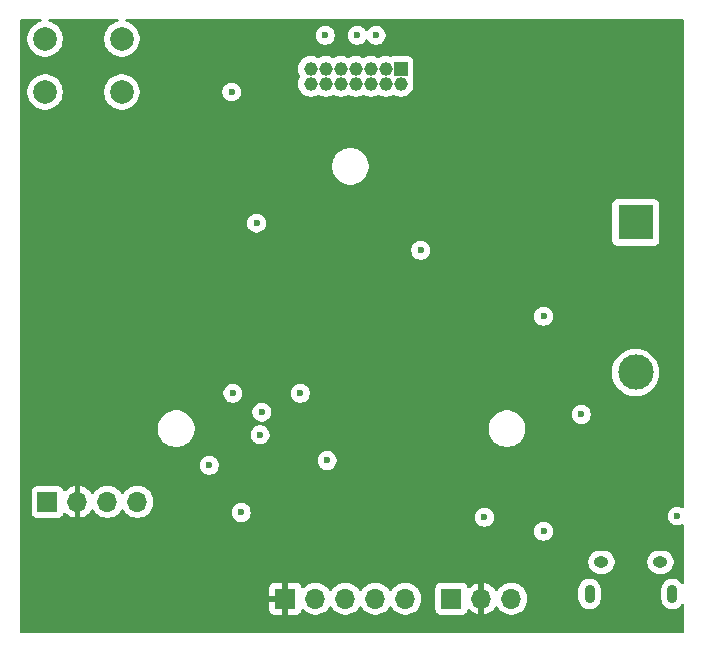
<source format=gbr>
%TF.GenerationSoftware,KiCad,Pcbnew,9.0.0*%
%TF.CreationDate,2025-03-21T22:40:37-06:00*%
%TF.ProjectId,pcb_desgin,7063625f-6465-4736-9769-6e2e6b696361,rev?*%
%TF.SameCoordinates,Original*%
%TF.FileFunction,Copper,L3,Inr*%
%TF.FilePolarity,Positive*%
%FSLAX46Y46*%
G04 Gerber Fmt 4.6, Leading zero omitted, Abs format (unit mm)*
G04 Created by KiCad (PCBNEW 9.0.0) date 2025-03-21 22:40:37*
%MOMM*%
%LPD*%
G01*
G04 APERTURE LIST*
%TA.AperFunction,ComponentPad*%
%ADD10C,2.000000*%
%TD*%
%TA.AperFunction,ComponentPad*%
%ADD11R,1.700000X1.700000*%
%TD*%
%TA.AperFunction,ComponentPad*%
%ADD12O,1.700000X1.700000*%
%TD*%
%TA.AperFunction,ComponentPad*%
%ADD13O,0.890000X1.550000*%
%TD*%
%TA.AperFunction,ComponentPad*%
%ADD14O,1.250000X0.950000*%
%TD*%
%TA.AperFunction,ComponentPad*%
%ADD15R,1.168400X1.168400*%
%TD*%
%TA.AperFunction,ComponentPad*%
%ADD16C,1.168400*%
%TD*%
%TA.AperFunction,ComponentPad*%
%ADD17R,3.000000X3.000000*%
%TD*%
%TA.AperFunction,ComponentPad*%
%ADD18C,3.000000*%
%TD*%
%TA.AperFunction,ViaPad*%
%ADD19C,0.600000*%
%TD*%
G04 APERTURE END LIST*
D10*
%TO.N,/T_RST*%
%TO.C,SW1*%
X94200000Y-35300000D03*
X100700000Y-35300000D03*
%TO.N,GND*%
X94200000Y-39800000D03*
X100700000Y-39800000D03*
%TD*%
D11*
%TO.N,+3.3V*%
%TO.C,J4*%
X114540000Y-82700000D03*
D12*
%TO.N,GND*%
X117080000Y-82700000D03*
%TO.N,/SCL*%
X119620000Y-82700000D03*
%TO.N,/SDA*%
X122160000Y-82700000D03*
%TO.N,/INT*%
X124700000Y-82700000D03*
%TD*%
D11*
%TO.N,GND*%
%TO.C,J3*%
X94400000Y-74500000D03*
D12*
%TO.N,+3.3V*%
X96940000Y-74500000D03*
%TO.N,/SCL*%
X99480000Y-74500000D03*
%TO.N,/SDA*%
X102020000Y-74500000D03*
%TD*%
D13*
%TO.N,Net-(J2-Shield)*%
%TO.C,J2*%
X140300000Y-82300000D03*
D14*
X141300000Y-79600000D03*
X146300000Y-79600000D03*
D13*
X147300000Y-82300000D03*
%TD*%
D15*
%TO.N,unconnected-(J1-NC-Pad1)*%
%TO.C,J1*%
X124300000Y-37830000D03*
D16*
%TO.N,unconnected-(J1-NC-Pad2)*%
X124300000Y-39100000D03*
%TO.N,+3.3V*%
X123030000Y-37830000D03*
%TO.N,/T_JTMS*%
X123030000Y-39100000D03*
%TO.N,GND*%
X121760000Y-37830000D03*
%TO.N,/T_JTCK*%
X121760000Y-39100000D03*
%TO.N,GND*%
X120490000Y-37830000D03*
%TO.N,unconnected-(J1-JTDO{slash}SWO-Pad8)*%
X120490000Y-39100000D03*
%TO.N,unconnected-(J1-JRCLK{slash}NC-Pad9)*%
X119220000Y-37830000D03*
%TO.N,unconnected-(J1-JTDI{slash}NC-Pad10)*%
X119220000Y-39100000D03*
%TO.N,GND*%
X117950000Y-37830000D03*
%TO.N,/T_RST*%
X117950000Y-39100000D03*
%TO.N,/T_VCP_RX*%
X116680000Y-37830000D03*
%TO.N,/T_VCP_TX*%
X116680000Y-39100000D03*
%TD*%
D11*
%TO.N,/Battery*%
%TO.C,J5*%
X128600000Y-82700000D03*
D12*
%TO.N,+3.3V*%
X131140000Y-82700000D03*
%TO.N,/Usb*%
X133680000Y-82700000D03*
%TD*%
D17*
%TO.N,+9V*%
%TO.C,BT1*%
X144200000Y-50850000D03*
D18*
%TO.N,GND*%
X144200000Y-63550000D03*
%TD*%
D19*
%TO.N,GND*%
X117920000Y-35000000D03*
X131400000Y-75800000D03*
X112100000Y-50900000D03*
X147700000Y-75700000D03*
X136400000Y-77000000D03*
X139600000Y-67100000D03*
X136400000Y-58800000D03*
X122220000Y-35000000D03*
X110800000Y-75400000D03*
X120620000Y-35000000D03*
X126000000Y-53200000D03*
%TO.N,/T_RST*%
X110000000Y-39800000D03*
%TO.N,+3.3V*%
X123900000Y-35000000D03*
X108400000Y-65900000D03*
X114100000Y-50900000D03*
X112600000Y-70550000D03*
%TO.N,/SDA*%
X112550000Y-66900000D03*
X108100000Y-71400000D03*
%TO.N,/SCL*%
X112400000Y-68825000D03*
X118075000Y-71000000D03*
%TO.N,/INT*%
X115800000Y-65300000D03*
X110100000Y-65300000D03*
%TD*%
%TA.AperFunction,Conductor*%
%TO.N,+3.3V*%
G36*
X93858935Y-33620185D02*
G01*
X93904690Y-33672989D01*
X93914634Y-33742147D01*
X93885609Y-33805703D01*
X93830215Y-33842431D01*
X93624003Y-33909433D01*
X93413566Y-34016657D01*
X93304550Y-34095862D01*
X93222490Y-34155483D01*
X93222488Y-34155485D01*
X93222487Y-34155485D01*
X93055485Y-34322487D01*
X93055485Y-34322488D01*
X93055483Y-34322490D01*
X93015000Y-34378210D01*
X92916657Y-34513566D01*
X92809433Y-34724003D01*
X92736446Y-34948631D01*
X92699500Y-35181902D01*
X92699500Y-35418097D01*
X92736446Y-35651368D01*
X92809433Y-35875996D01*
X92916657Y-36086433D01*
X93055483Y-36277510D01*
X93222490Y-36444517D01*
X93413567Y-36583343D01*
X93512991Y-36634002D01*
X93624003Y-36690566D01*
X93624005Y-36690566D01*
X93624008Y-36690568D01*
X93744412Y-36729689D01*
X93848631Y-36763553D01*
X94081903Y-36800500D01*
X94081908Y-36800500D01*
X94318097Y-36800500D01*
X94551368Y-36763553D01*
X94587823Y-36751708D01*
X94775992Y-36690568D01*
X94986433Y-36583343D01*
X95177510Y-36444517D01*
X95344517Y-36277510D01*
X95483343Y-36086433D01*
X95590568Y-35875992D01*
X95663553Y-35651368D01*
X95668238Y-35621786D01*
X95700500Y-35418097D01*
X95700500Y-35181902D01*
X95663553Y-34948631D01*
X95604378Y-34766510D01*
X95590568Y-34724008D01*
X95590566Y-34724005D01*
X95590566Y-34724003D01*
X95483342Y-34513566D01*
X95344517Y-34322490D01*
X95177510Y-34155483D01*
X94986433Y-34016657D01*
X94775996Y-33909433D01*
X94569785Y-33842431D01*
X94512110Y-33802993D01*
X94484912Y-33738634D01*
X94496827Y-33669788D01*
X94544071Y-33618312D01*
X94608104Y-33600500D01*
X100291896Y-33600500D01*
X100358935Y-33620185D01*
X100404690Y-33672989D01*
X100414634Y-33742147D01*
X100385609Y-33805703D01*
X100330215Y-33842431D01*
X100124003Y-33909433D01*
X99913566Y-34016657D01*
X99804550Y-34095862D01*
X99722490Y-34155483D01*
X99722488Y-34155485D01*
X99722487Y-34155485D01*
X99555485Y-34322487D01*
X99555485Y-34322488D01*
X99555483Y-34322490D01*
X99515000Y-34378210D01*
X99416657Y-34513566D01*
X99309433Y-34724003D01*
X99236446Y-34948631D01*
X99199500Y-35181902D01*
X99199500Y-35418097D01*
X99236446Y-35651368D01*
X99309433Y-35875996D01*
X99416657Y-36086433D01*
X99555483Y-36277510D01*
X99722490Y-36444517D01*
X99913567Y-36583343D01*
X100012991Y-36634002D01*
X100124003Y-36690566D01*
X100124005Y-36690566D01*
X100124008Y-36690568D01*
X100244412Y-36729689D01*
X100348631Y-36763553D01*
X100581903Y-36800500D01*
X100581908Y-36800500D01*
X100818097Y-36800500D01*
X101051368Y-36763553D01*
X101087823Y-36751708D01*
X101275992Y-36690568D01*
X101486433Y-36583343D01*
X101677510Y-36444517D01*
X101844517Y-36277510D01*
X101983343Y-36086433D01*
X102090568Y-35875992D01*
X102163553Y-35651368D01*
X102168238Y-35621786D01*
X102200500Y-35418097D01*
X102200500Y-35181902D01*
X102163553Y-34948631D01*
X102154625Y-34921153D01*
X117119500Y-34921153D01*
X117119500Y-35078846D01*
X117150261Y-35233489D01*
X117150264Y-35233501D01*
X117210602Y-35379172D01*
X117210609Y-35379185D01*
X117298210Y-35510288D01*
X117298213Y-35510292D01*
X117409707Y-35621786D01*
X117409711Y-35621789D01*
X117540814Y-35709390D01*
X117540827Y-35709397D01*
X117686498Y-35769735D01*
X117686503Y-35769737D01*
X117841153Y-35800499D01*
X117841156Y-35800500D01*
X117841158Y-35800500D01*
X117998844Y-35800500D01*
X117998845Y-35800499D01*
X118153497Y-35769737D01*
X118299179Y-35709394D01*
X118430289Y-35621789D01*
X118541789Y-35510289D01*
X118629394Y-35379179D01*
X118689737Y-35233497D01*
X118720500Y-35078842D01*
X118720500Y-34921158D01*
X118720500Y-34921155D01*
X118720499Y-34921153D01*
X119819500Y-34921153D01*
X119819500Y-35078846D01*
X119850261Y-35233489D01*
X119850264Y-35233501D01*
X119910602Y-35379172D01*
X119910609Y-35379185D01*
X119998210Y-35510288D01*
X119998213Y-35510292D01*
X120109707Y-35621786D01*
X120109711Y-35621789D01*
X120240814Y-35709390D01*
X120240827Y-35709397D01*
X120386498Y-35769735D01*
X120386503Y-35769737D01*
X120541153Y-35800499D01*
X120541156Y-35800500D01*
X120541158Y-35800500D01*
X120698844Y-35800500D01*
X120698845Y-35800499D01*
X120853497Y-35769737D01*
X120999179Y-35709394D01*
X121130289Y-35621789D01*
X121241789Y-35510289D01*
X121316898Y-35397881D01*
X121370510Y-35353076D01*
X121439835Y-35344369D01*
X121502863Y-35374523D01*
X121523102Y-35397881D01*
X121598210Y-35510288D01*
X121598213Y-35510292D01*
X121709707Y-35621786D01*
X121709711Y-35621789D01*
X121840814Y-35709390D01*
X121840827Y-35709397D01*
X121986498Y-35769735D01*
X121986503Y-35769737D01*
X122141153Y-35800499D01*
X122141156Y-35800500D01*
X122141158Y-35800500D01*
X122298844Y-35800500D01*
X122298845Y-35800499D01*
X122453497Y-35769737D01*
X122599179Y-35709394D01*
X122730289Y-35621789D01*
X122841789Y-35510289D01*
X122929394Y-35379179D01*
X122989737Y-35233497D01*
X123020500Y-35078842D01*
X123020500Y-34921158D01*
X123020500Y-34921155D01*
X123020499Y-34921153D01*
X122989738Y-34766510D01*
X122989737Y-34766503D01*
X122972133Y-34724003D01*
X122929397Y-34620827D01*
X122929390Y-34620814D01*
X122841789Y-34489711D01*
X122841786Y-34489707D01*
X122730292Y-34378213D01*
X122730288Y-34378210D01*
X122599185Y-34290609D01*
X122599172Y-34290602D01*
X122453501Y-34230264D01*
X122453489Y-34230261D01*
X122298845Y-34199500D01*
X122298842Y-34199500D01*
X122141158Y-34199500D01*
X122141155Y-34199500D01*
X121986510Y-34230261D01*
X121986498Y-34230264D01*
X121840827Y-34290602D01*
X121840814Y-34290609D01*
X121709711Y-34378210D01*
X121709707Y-34378213D01*
X121598213Y-34489707D01*
X121598210Y-34489711D01*
X121523102Y-34602118D01*
X121469490Y-34646923D01*
X121400165Y-34655630D01*
X121337137Y-34625475D01*
X121316898Y-34602118D01*
X121241789Y-34489711D01*
X121241786Y-34489707D01*
X121130292Y-34378213D01*
X121130288Y-34378210D01*
X120999185Y-34290609D01*
X120999172Y-34290602D01*
X120853501Y-34230264D01*
X120853489Y-34230261D01*
X120698845Y-34199500D01*
X120698842Y-34199500D01*
X120541158Y-34199500D01*
X120541155Y-34199500D01*
X120386510Y-34230261D01*
X120386498Y-34230264D01*
X120240827Y-34290602D01*
X120240814Y-34290609D01*
X120109711Y-34378210D01*
X120109707Y-34378213D01*
X119998213Y-34489707D01*
X119998210Y-34489711D01*
X119910609Y-34620814D01*
X119910602Y-34620827D01*
X119850264Y-34766498D01*
X119850261Y-34766510D01*
X119819500Y-34921153D01*
X118720499Y-34921153D01*
X118689738Y-34766510D01*
X118689737Y-34766503D01*
X118672133Y-34724003D01*
X118629397Y-34620827D01*
X118629390Y-34620814D01*
X118541789Y-34489711D01*
X118541786Y-34489707D01*
X118430292Y-34378213D01*
X118430288Y-34378210D01*
X118299185Y-34290609D01*
X118299172Y-34290602D01*
X118153501Y-34230264D01*
X118153489Y-34230261D01*
X117998845Y-34199500D01*
X117998842Y-34199500D01*
X117841158Y-34199500D01*
X117841155Y-34199500D01*
X117686510Y-34230261D01*
X117686498Y-34230264D01*
X117540827Y-34290602D01*
X117540814Y-34290609D01*
X117409711Y-34378210D01*
X117409707Y-34378213D01*
X117298213Y-34489707D01*
X117298210Y-34489711D01*
X117210609Y-34620814D01*
X117210602Y-34620827D01*
X117150264Y-34766498D01*
X117150261Y-34766510D01*
X117119500Y-34921153D01*
X102154625Y-34921153D01*
X102104378Y-34766510D01*
X102090568Y-34724008D01*
X102090566Y-34724005D01*
X102090566Y-34724003D01*
X101983342Y-34513566D01*
X101844517Y-34322490D01*
X101677510Y-34155483D01*
X101486433Y-34016657D01*
X101275996Y-33909433D01*
X101069785Y-33842431D01*
X101012110Y-33802993D01*
X100984912Y-33738634D01*
X100996827Y-33669788D01*
X101044071Y-33618312D01*
X101108104Y-33600500D01*
X148175500Y-33600500D01*
X148242539Y-33620185D01*
X148288294Y-33672989D01*
X148299500Y-33724500D01*
X148299500Y-74905831D01*
X148279815Y-74972870D01*
X148227011Y-75018625D01*
X148157853Y-75028569D01*
X148106610Y-75008934D01*
X148079183Y-74990608D01*
X148079172Y-74990602D01*
X147933501Y-74930264D01*
X147933489Y-74930261D01*
X147778845Y-74899500D01*
X147778842Y-74899500D01*
X147621158Y-74899500D01*
X147621155Y-74899500D01*
X147466510Y-74930261D01*
X147466498Y-74930264D01*
X147320827Y-74990602D01*
X147320814Y-74990609D01*
X147189711Y-75078210D01*
X147189707Y-75078213D01*
X147078213Y-75189707D01*
X147078210Y-75189711D01*
X146990609Y-75320814D01*
X146990602Y-75320827D01*
X146930264Y-75466498D01*
X146930261Y-75466510D01*
X146899500Y-75621153D01*
X146899500Y-75778846D01*
X146930261Y-75933489D01*
X146930264Y-75933501D01*
X146990602Y-76079172D01*
X146990609Y-76079185D01*
X147078210Y-76210288D01*
X147078213Y-76210292D01*
X147189707Y-76321786D01*
X147189711Y-76321789D01*
X147320814Y-76409390D01*
X147320827Y-76409397D01*
X147396280Y-76440650D01*
X147466503Y-76469737D01*
X147621153Y-76500499D01*
X147621156Y-76500500D01*
X147621158Y-76500500D01*
X147778844Y-76500500D01*
X147778845Y-76500499D01*
X147933497Y-76469737D01*
X148079179Y-76409394D01*
X148079184Y-76409390D01*
X148079187Y-76409389D01*
X148106608Y-76391067D01*
X148173285Y-76370188D01*
X148240666Y-76388672D01*
X148287356Y-76440650D01*
X148299500Y-76494168D01*
X148299500Y-81355229D01*
X148279815Y-81422268D01*
X148227011Y-81468023D01*
X148157853Y-81477967D01*
X148094297Y-81448942D01*
X148072398Y-81424119D01*
X148034421Y-81367283D01*
X148034415Y-81367275D01*
X147902724Y-81235584D01*
X147902716Y-81235578D01*
X147747864Y-81132109D01*
X147575792Y-81060835D01*
X147575784Y-81060833D01*
X147393127Y-81024500D01*
X147393124Y-81024500D01*
X147206876Y-81024500D01*
X147206873Y-81024500D01*
X147024215Y-81060833D01*
X147024207Y-81060835D01*
X146852136Y-81132109D01*
X146852135Y-81132109D01*
X146697283Y-81235578D01*
X146697275Y-81235584D01*
X146565584Y-81367275D01*
X146565578Y-81367283D01*
X146462109Y-81522135D01*
X146462109Y-81522136D01*
X146390835Y-81694207D01*
X146390833Y-81694215D01*
X146354500Y-81876871D01*
X146354500Y-82723128D01*
X146390833Y-82905784D01*
X146390835Y-82905792D01*
X146462109Y-83077863D01*
X146462109Y-83077864D01*
X146565578Y-83232716D01*
X146565584Y-83232724D01*
X146697275Y-83364415D01*
X146697283Y-83364421D01*
X146852135Y-83467890D01*
X146902534Y-83488766D01*
X147024208Y-83539165D01*
X147206871Y-83575499D01*
X147206874Y-83575500D01*
X147206876Y-83575500D01*
X147393126Y-83575500D01*
X147393127Y-83575499D01*
X147575792Y-83539165D01*
X147747862Y-83467891D01*
X147747863Y-83467890D01*
X147747864Y-83467890D01*
X147837765Y-83407820D01*
X147902721Y-83364418D01*
X148034418Y-83232721D01*
X148072398Y-83175878D01*
X148126009Y-83131075D01*
X148195334Y-83122366D01*
X148258362Y-83152521D01*
X148295081Y-83211963D01*
X148299500Y-83244770D01*
X148299500Y-85475500D01*
X148279815Y-85542539D01*
X148227011Y-85588294D01*
X148175500Y-85599500D01*
X92224500Y-85599500D01*
X92157461Y-85579815D01*
X92111706Y-85527011D01*
X92100500Y-85475500D01*
X92100500Y-81802155D01*
X113190000Y-81802155D01*
X113190000Y-82450000D01*
X114106988Y-82450000D01*
X114074075Y-82507007D01*
X114040000Y-82634174D01*
X114040000Y-82765826D01*
X114074075Y-82892993D01*
X114106988Y-82950000D01*
X113190000Y-82950000D01*
X113190000Y-83597844D01*
X113196401Y-83657372D01*
X113196403Y-83657379D01*
X113246645Y-83792086D01*
X113246649Y-83792093D01*
X113332809Y-83907187D01*
X113332812Y-83907190D01*
X113447906Y-83993350D01*
X113447913Y-83993354D01*
X113582620Y-84043596D01*
X113582627Y-84043598D01*
X113642155Y-84049999D01*
X113642172Y-84050000D01*
X114290000Y-84050000D01*
X114290000Y-83133012D01*
X114347007Y-83165925D01*
X114474174Y-83200000D01*
X114605826Y-83200000D01*
X114732993Y-83165925D01*
X114790000Y-83133012D01*
X114790000Y-84050000D01*
X115437828Y-84050000D01*
X115437844Y-84049999D01*
X115497372Y-84043598D01*
X115497379Y-84043596D01*
X115632086Y-83993354D01*
X115632093Y-83993350D01*
X115747187Y-83907190D01*
X115747190Y-83907187D01*
X115833350Y-83792093D01*
X115833354Y-83792086D01*
X115882422Y-83660529D01*
X115924293Y-83604595D01*
X115989757Y-83580178D01*
X116058030Y-83595030D01*
X116086285Y-83616181D01*
X116200213Y-83730109D01*
X116372179Y-83855048D01*
X116372181Y-83855049D01*
X116372184Y-83855051D01*
X116561588Y-83951557D01*
X116763757Y-84017246D01*
X116973713Y-84050500D01*
X116973714Y-84050500D01*
X117186286Y-84050500D01*
X117186287Y-84050500D01*
X117396243Y-84017246D01*
X117598412Y-83951557D01*
X117787816Y-83855051D01*
X117874138Y-83792335D01*
X117959786Y-83730109D01*
X117959788Y-83730106D01*
X117959792Y-83730104D01*
X118110104Y-83579792D01*
X118110106Y-83579788D01*
X118110109Y-83579786D01*
X118235048Y-83407820D01*
X118235050Y-83407817D01*
X118235051Y-83407816D01*
X118239514Y-83399054D01*
X118287488Y-83348259D01*
X118355308Y-83331463D01*
X118421444Y-83353999D01*
X118460486Y-83399056D01*
X118464951Y-83407820D01*
X118589890Y-83579786D01*
X118740213Y-83730109D01*
X118912179Y-83855048D01*
X118912181Y-83855049D01*
X118912184Y-83855051D01*
X119101588Y-83951557D01*
X119303757Y-84017246D01*
X119513713Y-84050500D01*
X119513714Y-84050500D01*
X119726286Y-84050500D01*
X119726287Y-84050500D01*
X119936243Y-84017246D01*
X120138412Y-83951557D01*
X120327816Y-83855051D01*
X120414138Y-83792335D01*
X120499786Y-83730109D01*
X120499788Y-83730106D01*
X120499792Y-83730104D01*
X120650104Y-83579792D01*
X120650106Y-83579788D01*
X120650109Y-83579786D01*
X120775048Y-83407820D01*
X120775050Y-83407817D01*
X120775051Y-83407816D01*
X120779514Y-83399054D01*
X120827488Y-83348259D01*
X120895308Y-83331463D01*
X120961444Y-83353999D01*
X121000486Y-83399056D01*
X121004951Y-83407820D01*
X121129890Y-83579786D01*
X121280213Y-83730109D01*
X121452179Y-83855048D01*
X121452181Y-83855049D01*
X121452184Y-83855051D01*
X121641588Y-83951557D01*
X121843757Y-84017246D01*
X122053713Y-84050500D01*
X122053714Y-84050500D01*
X122266286Y-84050500D01*
X122266287Y-84050500D01*
X122476243Y-84017246D01*
X122678412Y-83951557D01*
X122867816Y-83855051D01*
X122954138Y-83792335D01*
X123039786Y-83730109D01*
X123039788Y-83730106D01*
X123039792Y-83730104D01*
X123190104Y-83579792D01*
X123190106Y-83579788D01*
X123190109Y-83579786D01*
X123315048Y-83407820D01*
X123315050Y-83407817D01*
X123315051Y-83407816D01*
X123319514Y-83399054D01*
X123367488Y-83348259D01*
X123435308Y-83331463D01*
X123501444Y-83353999D01*
X123540486Y-83399056D01*
X123544951Y-83407820D01*
X123669890Y-83579786D01*
X123820213Y-83730109D01*
X123992179Y-83855048D01*
X123992181Y-83855049D01*
X123992184Y-83855051D01*
X124181588Y-83951557D01*
X124383757Y-84017246D01*
X124593713Y-84050500D01*
X124593714Y-84050500D01*
X124806286Y-84050500D01*
X124806287Y-84050500D01*
X125016243Y-84017246D01*
X125218412Y-83951557D01*
X125407816Y-83855051D01*
X125494138Y-83792335D01*
X125579786Y-83730109D01*
X125579788Y-83730106D01*
X125579792Y-83730104D01*
X125730104Y-83579792D01*
X125730106Y-83579788D01*
X125730109Y-83579786D01*
X125855048Y-83407820D01*
X125855050Y-83407817D01*
X125855051Y-83407816D01*
X125951557Y-83218412D01*
X126017246Y-83016243D01*
X126050500Y-82806287D01*
X126050500Y-82593713D01*
X126017246Y-82383757D01*
X125951557Y-82181588D01*
X125855051Y-81992184D01*
X125819801Y-81943666D01*
X125767511Y-81871694D01*
X125767508Y-81871691D01*
X125730341Y-81820535D01*
X125730104Y-81820208D01*
X125712031Y-81802135D01*
X127249500Y-81802135D01*
X127249500Y-83597870D01*
X127249501Y-83597876D01*
X127255908Y-83657483D01*
X127306202Y-83792328D01*
X127306206Y-83792335D01*
X127392452Y-83907544D01*
X127392455Y-83907547D01*
X127507664Y-83993793D01*
X127507671Y-83993797D01*
X127642517Y-84044091D01*
X127642516Y-84044091D01*
X127649444Y-84044835D01*
X127702127Y-84050500D01*
X129497872Y-84050499D01*
X129557483Y-84044091D01*
X129692331Y-83993796D01*
X129807546Y-83907546D01*
X129893796Y-83792331D01*
X129893888Y-83792086D01*
X129943002Y-83660402D01*
X129984872Y-83604468D01*
X130050337Y-83580050D01*
X130118610Y-83594901D01*
X130146865Y-83616053D01*
X130260535Y-83729723D01*
X130260540Y-83729727D01*
X130432442Y-83854620D01*
X130621782Y-83951095D01*
X130823871Y-84016757D01*
X130890000Y-84027231D01*
X130890000Y-83133012D01*
X130947007Y-83165925D01*
X131074174Y-83200000D01*
X131205826Y-83200000D01*
X131332993Y-83165925D01*
X131390000Y-83133012D01*
X131390000Y-84027230D01*
X131456126Y-84016757D01*
X131456129Y-84016757D01*
X131658217Y-83951095D01*
X131847557Y-83854620D01*
X132019459Y-83729727D01*
X132019464Y-83729723D01*
X132169723Y-83579464D01*
X132169727Y-83579459D01*
X132294620Y-83407558D01*
X132299232Y-83398507D01*
X132347205Y-83347709D01*
X132415025Y-83330912D01*
X132481161Y-83353447D01*
X132520204Y-83398504D01*
X132524949Y-83407817D01*
X132649890Y-83579786D01*
X132800213Y-83730109D01*
X132972179Y-83855048D01*
X132972181Y-83855049D01*
X132972184Y-83855051D01*
X133161588Y-83951557D01*
X133363757Y-84017246D01*
X133573713Y-84050500D01*
X133573714Y-84050500D01*
X133786286Y-84050500D01*
X133786287Y-84050500D01*
X133996243Y-84017246D01*
X134198412Y-83951557D01*
X134387816Y-83855051D01*
X134474138Y-83792335D01*
X134559786Y-83730109D01*
X134559788Y-83730106D01*
X134559792Y-83730104D01*
X134710104Y-83579792D01*
X134710106Y-83579788D01*
X134710109Y-83579786D01*
X134835048Y-83407820D01*
X134835050Y-83407817D01*
X134835051Y-83407816D01*
X134931557Y-83218412D01*
X134997246Y-83016243D01*
X135030500Y-82806287D01*
X135030500Y-82593713D01*
X134997246Y-82383757D01*
X134931557Y-82181588D01*
X134835051Y-81992184D01*
X134799802Y-81943668D01*
X134799802Y-81943666D01*
X134751273Y-81876871D01*
X139354500Y-81876871D01*
X139354500Y-82723128D01*
X139390833Y-82905784D01*
X139390835Y-82905792D01*
X139462109Y-83077863D01*
X139462109Y-83077864D01*
X139565578Y-83232716D01*
X139565584Y-83232724D01*
X139697275Y-83364415D01*
X139697283Y-83364421D01*
X139852135Y-83467890D01*
X139902534Y-83488766D01*
X140024208Y-83539165D01*
X140206871Y-83575499D01*
X140206874Y-83575500D01*
X140206876Y-83575500D01*
X140393126Y-83575500D01*
X140393127Y-83575499D01*
X140575792Y-83539165D01*
X140747862Y-83467891D01*
X140747863Y-83467890D01*
X140747864Y-83467890D01*
X140837765Y-83407820D01*
X140902721Y-83364418D01*
X141034418Y-83232721D01*
X141137891Y-83077862D01*
X141209165Y-82905792D01*
X141245500Y-82723124D01*
X141245500Y-81876876D01*
X141245500Y-81876873D01*
X141245499Y-81876871D01*
X141234228Y-81820207D01*
X141209165Y-81694208D01*
X141137891Y-81522138D01*
X141137890Y-81522136D01*
X141137890Y-81522135D01*
X141034421Y-81367283D01*
X141034415Y-81367275D01*
X140902724Y-81235584D01*
X140902716Y-81235578D01*
X140747864Y-81132109D01*
X140575792Y-81060835D01*
X140575784Y-81060833D01*
X140393127Y-81024500D01*
X140393124Y-81024500D01*
X140206876Y-81024500D01*
X140206873Y-81024500D01*
X140024215Y-81060833D01*
X140024207Y-81060835D01*
X139852136Y-81132109D01*
X139852135Y-81132109D01*
X139697283Y-81235578D01*
X139697275Y-81235584D01*
X139565584Y-81367275D01*
X139565578Y-81367283D01*
X139462109Y-81522135D01*
X139462109Y-81522136D01*
X139390835Y-81694207D01*
X139390833Y-81694215D01*
X139354500Y-81876871D01*
X134751273Y-81876871D01*
X134710109Y-81820214D01*
X134710105Y-81820209D01*
X134559786Y-81669890D01*
X134387820Y-81544951D01*
X134198414Y-81448444D01*
X134198413Y-81448443D01*
X134198412Y-81448443D01*
X133996243Y-81382754D01*
X133996241Y-81382753D01*
X133996240Y-81382753D01*
X133834957Y-81357208D01*
X133786287Y-81349500D01*
X133573713Y-81349500D01*
X133525042Y-81357208D01*
X133363760Y-81382753D01*
X133161585Y-81448444D01*
X132972179Y-81544951D01*
X132800213Y-81669890D01*
X132649890Y-81820213D01*
X132524949Y-81992182D01*
X132520202Y-82001499D01*
X132472227Y-82052293D01*
X132404405Y-82069087D01*
X132338271Y-82046548D01*
X132299234Y-82001495D01*
X132294622Y-81992444D01*
X132169727Y-81820540D01*
X132169723Y-81820535D01*
X132019464Y-81670276D01*
X132019459Y-81670272D01*
X131847557Y-81545379D01*
X131658215Y-81448903D01*
X131456124Y-81383241D01*
X131390000Y-81372768D01*
X131390000Y-82266988D01*
X131332993Y-82234075D01*
X131205826Y-82200000D01*
X131074174Y-82200000D01*
X130947007Y-82234075D01*
X130890000Y-82266988D01*
X130890000Y-81372768D01*
X130889999Y-81372768D01*
X130823875Y-81383241D01*
X130621784Y-81448903D01*
X130432442Y-81545379D01*
X130260541Y-81670271D01*
X130146865Y-81783947D01*
X130085542Y-81817431D01*
X130015850Y-81812447D01*
X129959917Y-81770575D01*
X129943002Y-81739598D01*
X129942954Y-81739470D01*
X129893887Y-81607913D01*
X129893797Y-81607671D01*
X129893793Y-81607664D01*
X129807547Y-81492455D01*
X129807544Y-81492452D01*
X129692335Y-81406206D01*
X129692328Y-81406202D01*
X129557482Y-81355908D01*
X129557483Y-81355908D01*
X129497883Y-81349501D01*
X129497881Y-81349500D01*
X129497873Y-81349500D01*
X129497864Y-81349500D01*
X127702129Y-81349500D01*
X127702123Y-81349501D01*
X127642516Y-81355908D01*
X127507671Y-81406202D01*
X127507664Y-81406206D01*
X127392455Y-81492452D01*
X127392452Y-81492455D01*
X127306206Y-81607664D01*
X127306202Y-81607671D01*
X127255908Y-81742517D01*
X127249501Y-81802116D01*
X127249500Y-81802135D01*
X125712031Y-81802135D01*
X125579792Y-81669896D01*
X125579786Y-81669890D01*
X125407820Y-81544951D01*
X125218414Y-81448444D01*
X125218413Y-81448443D01*
X125218412Y-81448443D01*
X125016243Y-81382754D01*
X125016241Y-81382753D01*
X125016240Y-81382753D01*
X124854957Y-81357208D01*
X124806287Y-81349500D01*
X124593713Y-81349500D01*
X124545042Y-81357208D01*
X124383760Y-81382753D01*
X124181585Y-81448444D01*
X123992179Y-81544951D01*
X123820213Y-81669890D01*
X123669890Y-81820213D01*
X123544949Y-81992182D01*
X123540484Y-82000946D01*
X123492509Y-82051742D01*
X123424688Y-82068536D01*
X123358553Y-82045998D01*
X123319516Y-82000946D01*
X123315050Y-81992182D01*
X123190109Y-81820213D01*
X123039786Y-81669890D01*
X122867820Y-81544951D01*
X122678414Y-81448444D01*
X122678413Y-81448443D01*
X122678412Y-81448443D01*
X122476243Y-81382754D01*
X122476241Y-81382753D01*
X122476240Y-81382753D01*
X122314957Y-81357208D01*
X122266287Y-81349500D01*
X122053713Y-81349500D01*
X122005042Y-81357208D01*
X121843760Y-81382753D01*
X121641585Y-81448444D01*
X121452179Y-81544951D01*
X121280213Y-81669890D01*
X121129890Y-81820213D01*
X121004949Y-81992182D01*
X121000484Y-82000946D01*
X120952509Y-82051742D01*
X120884688Y-82068536D01*
X120818553Y-82045998D01*
X120779516Y-82000946D01*
X120775050Y-81992182D01*
X120650109Y-81820213D01*
X120499786Y-81669890D01*
X120327820Y-81544951D01*
X120138414Y-81448444D01*
X120138413Y-81448443D01*
X120138412Y-81448443D01*
X119936243Y-81382754D01*
X119936241Y-81382753D01*
X119936240Y-81382753D01*
X119774957Y-81357208D01*
X119726287Y-81349500D01*
X119513713Y-81349500D01*
X119465042Y-81357208D01*
X119303760Y-81382753D01*
X119101585Y-81448444D01*
X118912179Y-81544951D01*
X118740213Y-81669890D01*
X118589890Y-81820213D01*
X118464949Y-81992182D01*
X118460484Y-82000946D01*
X118412509Y-82051742D01*
X118344688Y-82068536D01*
X118278553Y-82045998D01*
X118239516Y-82000946D01*
X118235050Y-81992182D01*
X118110109Y-81820213D01*
X117959786Y-81669890D01*
X117787820Y-81544951D01*
X117598414Y-81448444D01*
X117598413Y-81448443D01*
X117598412Y-81448443D01*
X117396243Y-81382754D01*
X117396241Y-81382753D01*
X117396240Y-81382753D01*
X117234957Y-81357208D01*
X117186287Y-81349500D01*
X116973713Y-81349500D01*
X116925042Y-81357208D01*
X116763760Y-81382753D01*
X116561585Y-81448444D01*
X116372179Y-81544951D01*
X116200215Y-81669889D01*
X116086285Y-81783819D01*
X116024962Y-81817303D01*
X115955270Y-81812319D01*
X115899337Y-81770447D01*
X115882422Y-81739470D01*
X115833354Y-81607913D01*
X115833350Y-81607906D01*
X115747190Y-81492812D01*
X115747187Y-81492809D01*
X115632093Y-81406649D01*
X115632086Y-81406645D01*
X115497379Y-81356403D01*
X115497372Y-81356401D01*
X115437844Y-81350000D01*
X114790000Y-81350000D01*
X114790000Y-82266988D01*
X114732993Y-82234075D01*
X114605826Y-82200000D01*
X114474174Y-82200000D01*
X114347007Y-82234075D01*
X114290000Y-82266988D01*
X114290000Y-81350000D01*
X113642155Y-81350000D01*
X113582627Y-81356401D01*
X113582620Y-81356403D01*
X113447913Y-81406645D01*
X113447906Y-81406649D01*
X113332812Y-81492809D01*
X113332809Y-81492812D01*
X113246649Y-81607906D01*
X113246645Y-81607913D01*
X113196403Y-81742620D01*
X113196401Y-81742627D01*
X113190000Y-81802155D01*
X92100500Y-81802155D01*
X92100500Y-79503917D01*
X140174500Y-79503917D01*
X140174500Y-79696082D01*
X140211986Y-79884535D01*
X140211989Y-79884547D01*
X140285520Y-80062068D01*
X140285521Y-80062070D01*
X140392279Y-80221844D01*
X140392282Y-80221848D01*
X140528151Y-80357717D01*
X140528155Y-80357720D01*
X140687927Y-80464477D01*
X140687928Y-80464477D01*
X140687929Y-80464478D01*
X140687931Y-80464479D01*
X140865452Y-80538010D01*
X140865457Y-80538012D01*
X141053917Y-80575499D01*
X141053920Y-80575500D01*
X141053922Y-80575500D01*
X141546080Y-80575500D01*
X141546081Y-80575499D01*
X141734543Y-80538012D01*
X141912073Y-80464477D01*
X142071845Y-80357720D01*
X142207720Y-80221845D01*
X142314477Y-80062073D01*
X142388012Y-79884543D01*
X142425500Y-79696078D01*
X142425500Y-79503922D01*
X142425500Y-79503919D01*
X142425499Y-79503917D01*
X145174500Y-79503917D01*
X145174500Y-79696082D01*
X145211986Y-79884535D01*
X145211989Y-79884547D01*
X145285520Y-80062068D01*
X145285521Y-80062070D01*
X145392279Y-80221844D01*
X145392282Y-80221848D01*
X145528151Y-80357717D01*
X145528155Y-80357720D01*
X145687927Y-80464477D01*
X145687928Y-80464477D01*
X145687929Y-80464478D01*
X145687931Y-80464479D01*
X145865452Y-80538010D01*
X145865457Y-80538012D01*
X146053917Y-80575499D01*
X146053920Y-80575500D01*
X146053922Y-80575500D01*
X146546080Y-80575500D01*
X146546081Y-80575499D01*
X146734543Y-80538012D01*
X146912073Y-80464477D01*
X147071845Y-80357720D01*
X147207720Y-80221845D01*
X147314477Y-80062073D01*
X147388012Y-79884543D01*
X147425500Y-79696078D01*
X147425500Y-79503922D01*
X147425500Y-79503919D01*
X147425499Y-79503917D01*
X147388013Y-79315464D01*
X147388012Y-79315457D01*
X147314477Y-79137927D01*
X147207720Y-78978155D01*
X147207717Y-78978151D01*
X147071848Y-78842282D01*
X147071844Y-78842279D01*
X146912070Y-78735521D01*
X146912068Y-78735520D01*
X146734547Y-78661989D01*
X146734535Y-78661986D01*
X146546081Y-78624500D01*
X146546078Y-78624500D01*
X146053922Y-78624500D01*
X146053919Y-78624500D01*
X145865464Y-78661986D01*
X145865452Y-78661989D01*
X145687931Y-78735520D01*
X145687929Y-78735521D01*
X145528155Y-78842279D01*
X145528151Y-78842282D01*
X145392282Y-78978151D01*
X145392279Y-78978155D01*
X145285521Y-79137929D01*
X145285520Y-79137931D01*
X145211989Y-79315452D01*
X145211986Y-79315464D01*
X145174500Y-79503917D01*
X142425499Y-79503917D01*
X142388013Y-79315464D01*
X142388012Y-79315457D01*
X142314477Y-79137927D01*
X142207720Y-78978155D01*
X142207717Y-78978151D01*
X142071848Y-78842282D01*
X142071844Y-78842279D01*
X141912070Y-78735521D01*
X141912068Y-78735520D01*
X141734547Y-78661989D01*
X141734535Y-78661986D01*
X141546081Y-78624500D01*
X141546078Y-78624500D01*
X141053922Y-78624500D01*
X141053919Y-78624500D01*
X140865464Y-78661986D01*
X140865452Y-78661989D01*
X140687931Y-78735520D01*
X140687929Y-78735521D01*
X140528155Y-78842279D01*
X140528151Y-78842282D01*
X140392282Y-78978151D01*
X140392279Y-78978155D01*
X140285521Y-79137929D01*
X140285520Y-79137931D01*
X140211989Y-79315452D01*
X140211986Y-79315464D01*
X140174500Y-79503917D01*
X92100500Y-79503917D01*
X92100500Y-76921153D01*
X135599500Y-76921153D01*
X135599500Y-77078846D01*
X135630261Y-77233489D01*
X135630264Y-77233501D01*
X135690602Y-77379172D01*
X135690609Y-77379185D01*
X135778210Y-77510288D01*
X135778213Y-77510292D01*
X135889707Y-77621786D01*
X135889711Y-77621789D01*
X136020814Y-77709390D01*
X136020827Y-77709397D01*
X136166498Y-77769735D01*
X136166503Y-77769737D01*
X136321153Y-77800499D01*
X136321156Y-77800500D01*
X136321158Y-77800500D01*
X136478844Y-77800500D01*
X136478845Y-77800499D01*
X136633497Y-77769737D01*
X136779179Y-77709394D01*
X136910289Y-77621789D01*
X137021789Y-77510289D01*
X137109394Y-77379179D01*
X137169737Y-77233497D01*
X137200500Y-77078842D01*
X137200500Y-76921158D01*
X137200500Y-76921155D01*
X137200499Y-76921153D01*
X137169738Y-76766510D01*
X137169737Y-76766503D01*
X137169735Y-76766498D01*
X137109397Y-76620827D01*
X137109390Y-76620814D01*
X137021789Y-76489711D01*
X137021786Y-76489707D01*
X136910292Y-76378213D01*
X136910288Y-76378210D01*
X136779185Y-76290609D01*
X136779172Y-76290602D01*
X136633501Y-76230264D01*
X136633489Y-76230261D01*
X136478845Y-76199500D01*
X136478842Y-76199500D01*
X136321158Y-76199500D01*
X136321155Y-76199500D01*
X136166510Y-76230261D01*
X136166498Y-76230264D01*
X136020827Y-76290602D01*
X136020814Y-76290609D01*
X135889711Y-76378210D01*
X135889707Y-76378213D01*
X135778213Y-76489707D01*
X135778210Y-76489711D01*
X135690609Y-76620814D01*
X135690602Y-76620827D01*
X135630264Y-76766498D01*
X135630261Y-76766510D01*
X135599500Y-76921153D01*
X92100500Y-76921153D01*
X92100500Y-73602135D01*
X93049500Y-73602135D01*
X93049500Y-75397870D01*
X93049501Y-75397876D01*
X93055908Y-75457483D01*
X93106202Y-75592328D01*
X93106206Y-75592335D01*
X93192452Y-75707544D01*
X93192455Y-75707547D01*
X93307664Y-75793793D01*
X93307671Y-75793797D01*
X93442517Y-75844091D01*
X93442516Y-75844091D01*
X93449444Y-75844835D01*
X93502127Y-75850500D01*
X95297872Y-75850499D01*
X95357483Y-75844091D01*
X95492331Y-75793796D01*
X95607546Y-75707546D01*
X95693796Y-75592331D01*
X95743002Y-75460401D01*
X95784872Y-75404468D01*
X95850337Y-75380050D01*
X95918610Y-75394901D01*
X95946865Y-75416053D01*
X96060535Y-75529723D01*
X96060540Y-75529727D01*
X96232442Y-75654620D01*
X96421782Y-75751095D01*
X96623871Y-75816757D01*
X96690000Y-75827231D01*
X96690000Y-74933012D01*
X96747007Y-74965925D01*
X96874174Y-75000000D01*
X97005826Y-75000000D01*
X97132993Y-74965925D01*
X97190000Y-74933012D01*
X97190000Y-75827230D01*
X97256126Y-75816757D01*
X97256129Y-75816757D01*
X97458217Y-75751095D01*
X97647557Y-75654620D01*
X97819459Y-75529727D01*
X97819464Y-75529723D01*
X97969723Y-75379464D01*
X97969727Y-75379459D01*
X98094620Y-75207558D01*
X98099232Y-75198507D01*
X98147205Y-75147709D01*
X98215025Y-75130912D01*
X98281161Y-75153447D01*
X98320204Y-75198504D01*
X98324949Y-75207817D01*
X98449890Y-75379786D01*
X98600213Y-75530109D01*
X98772179Y-75655048D01*
X98772181Y-75655049D01*
X98772184Y-75655051D01*
X98961588Y-75751557D01*
X99163757Y-75817246D01*
X99373713Y-75850500D01*
X99373714Y-75850500D01*
X99586286Y-75850500D01*
X99586287Y-75850500D01*
X99796243Y-75817246D01*
X99998412Y-75751557D01*
X100187816Y-75655051D01*
X100274138Y-75592335D01*
X100359786Y-75530109D01*
X100359788Y-75530106D01*
X100359792Y-75530104D01*
X100510104Y-75379792D01*
X100510106Y-75379788D01*
X100510109Y-75379786D01*
X100635048Y-75207820D01*
X100635050Y-75207817D01*
X100635051Y-75207816D01*
X100639514Y-75199054D01*
X100687488Y-75148259D01*
X100755308Y-75131463D01*
X100821444Y-75153999D01*
X100860486Y-75199056D01*
X100864951Y-75207820D01*
X100989890Y-75379786D01*
X101140213Y-75530109D01*
X101312179Y-75655048D01*
X101312181Y-75655049D01*
X101312184Y-75655051D01*
X101501588Y-75751557D01*
X101703757Y-75817246D01*
X101913713Y-75850500D01*
X101913714Y-75850500D01*
X102126286Y-75850500D01*
X102126287Y-75850500D01*
X102336243Y-75817246D01*
X102538412Y-75751557D01*
X102727816Y-75655051D01*
X102814138Y-75592335D01*
X102899786Y-75530109D01*
X102899788Y-75530106D01*
X102899792Y-75530104D01*
X103050104Y-75379792D01*
X103092707Y-75321153D01*
X109999500Y-75321153D01*
X109999500Y-75478846D01*
X110030261Y-75633489D01*
X110030264Y-75633501D01*
X110090602Y-75779172D01*
X110090609Y-75779185D01*
X110178210Y-75910288D01*
X110178213Y-75910292D01*
X110289707Y-76021786D01*
X110289711Y-76021789D01*
X110420814Y-76109390D01*
X110420827Y-76109397D01*
X110566498Y-76169735D01*
X110566503Y-76169737D01*
X110716131Y-76199500D01*
X110721153Y-76200499D01*
X110721156Y-76200500D01*
X110721158Y-76200500D01*
X110878844Y-76200500D01*
X110878845Y-76200499D01*
X111033497Y-76169737D01*
X111179179Y-76109394D01*
X111310289Y-76021789D01*
X111421789Y-75910289D01*
X111509394Y-75779179D01*
X111509534Y-75778842D01*
X111533429Y-75721153D01*
X130599500Y-75721153D01*
X130599500Y-75878846D01*
X130630261Y-76033489D01*
X130630264Y-76033501D01*
X130690602Y-76179172D01*
X130690609Y-76179185D01*
X130778210Y-76310288D01*
X130778213Y-76310292D01*
X130889707Y-76421786D01*
X130889711Y-76421789D01*
X131020814Y-76509390D01*
X131020827Y-76509397D01*
X131166498Y-76569735D01*
X131166503Y-76569737D01*
X131321153Y-76600499D01*
X131321156Y-76600500D01*
X131321158Y-76600500D01*
X131478844Y-76600500D01*
X131478845Y-76600499D01*
X131633497Y-76569737D01*
X131779179Y-76509394D01*
X131910289Y-76421789D01*
X132021789Y-76310289D01*
X132109394Y-76179179D01*
X132169737Y-76033497D01*
X132200500Y-75878842D01*
X132200500Y-75721158D01*
X132200500Y-75721155D01*
X132200499Y-75721153D01*
X132183061Y-75633489D01*
X132169737Y-75566503D01*
X132154504Y-75529727D01*
X132109397Y-75420827D01*
X132109390Y-75420814D01*
X132021789Y-75289711D01*
X132021786Y-75289707D01*
X131910292Y-75178213D01*
X131910288Y-75178210D01*
X131779185Y-75090609D01*
X131779172Y-75090602D01*
X131633501Y-75030264D01*
X131633489Y-75030261D01*
X131478845Y-74999500D01*
X131478842Y-74999500D01*
X131321158Y-74999500D01*
X131321155Y-74999500D01*
X131166510Y-75030261D01*
X131166498Y-75030264D01*
X131020827Y-75090602D01*
X131020814Y-75090609D01*
X130889711Y-75178210D01*
X130889707Y-75178213D01*
X130778213Y-75289707D01*
X130778210Y-75289711D01*
X130690609Y-75420814D01*
X130690602Y-75420827D01*
X130630264Y-75566498D01*
X130630261Y-75566510D01*
X130599500Y-75721153D01*
X111533429Y-75721153D01*
X111555603Y-75667621D01*
X111555605Y-75667614D01*
X111569737Y-75633497D01*
X111600500Y-75478842D01*
X111600500Y-75321158D01*
X111600500Y-75321155D01*
X111600499Y-75321153D01*
X111584790Y-75242179D01*
X111569737Y-75166503D01*
X111538298Y-75090602D01*
X111509397Y-75020827D01*
X111509390Y-75020814D01*
X111421789Y-74889711D01*
X111421786Y-74889707D01*
X111310292Y-74778213D01*
X111310288Y-74778210D01*
X111179185Y-74690609D01*
X111179172Y-74690602D01*
X111033501Y-74630264D01*
X111033489Y-74630261D01*
X110878845Y-74599500D01*
X110878842Y-74599500D01*
X110721158Y-74599500D01*
X110721155Y-74599500D01*
X110566510Y-74630261D01*
X110566498Y-74630264D01*
X110420827Y-74690602D01*
X110420814Y-74690609D01*
X110289711Y-74778210D01*
X110289707Y-74778213D01*
X110178213Y-74889707D01*
X110178210Y-74889711D01*
X110090609Y-75020814D01*
X110090602Y-75020827D01*
X110030264Y-75166498D01*
X110030261Y-75166510D01*
X109999500Y-75321153D01*
X103092707Y-75321153D01*
X103175051Y-75207816D01*
X103271557Y-75018412D01*
X103337246Y-74816243D01*
X103370500Y-74606287D01*
X103370500Y-74393713D01*
X103337246Y-74183757D01*
X103271557Y-73981588D01*
X103175051Y-73792184D01*
X103175049Y-73792181D01*
X103175048Y-73792179D01*
X103050109Y-73620213D01*
X102899786Y-73469890D01*
X102727820Y-73344951D01*
X102538414Y-73248444D01*
X102538413Y-73248443D01*
X102538412Y-73248443D01*
X102336243Y-73182754D01*
X102336241Y-73182753D01*
X102336240Y-73182753D01*
X102174957Y-73157208D01*
X102126287Y-73149500D01*
X101913713Y-73149500D01*
X101865042Y-73157208D01*
X101703760Y-73182753D01*
X101501585Y-73248444D01*
X101312179Y-73344951D01*
X101140213Y-73469890D01*
X100989890Y-73620213D01*
X100864949Y-73792182D01*
X100860484Y-73800946D01*
X100812509Y-73851742D01*
X100744688Y-73868536D01*
X100678553Y-73845998D01*
X100639516Y-73800946D01*
X100635050Y-73792182D01*
X100510109Y-73620213D01*
X100359786Y-73469890D01*
X100187820Y-73344951D01*
X99998414Y-73248444D01*
X99998413Y-73248443D01*
X99998412Y-73248443D01*
X99796243Y-73182754D01*
X99796241Y-73182753D01*
X99796240Y-73182753D01*
X99634957Y-73157208D01*
X99586287Y-73149500D01*
X99373713Y-73149500D01*
X99325042Y-73157208D01*
X99163760Y-73182753D01*
X98961585Y-73248444D01*
X98772179Y-73344951D01*
X98600213Y-73469890D01*
X98449890Y-73620213D01*
X98324949Y-73792182D01*
X98320202Y-73801499D01*
X98272227Y-73852293D01*
X98204405Y-73869087D01*
X98138271Y-73846548D01*
X98099234Y-73801495D01*
X98094622Y-73792444D01*
X97969727Y-73620540D01*
X97969723Y-73620535D01*
X97819464Y-73470276D01*
X97819459Y-73470272D01*
X97647557Y-73345379D01*
X97458215Y-73248903D01*
X97256124Y-73183241D01*
X97190000Y-73172768D01*
X97190000Y-74066988D01*
X97132993Y-74034075D01*
X97005826Y-74000000D01*
X96874174Y-74000000D01*
X96747007Y-74034075D01*
X96690000Y-74066988D01*
X96690000Y-73172768D01*
X96689999Y-73172768D01*
X96623875Y-73183241D01*
X96421784Y-73248903D01*
X96232442Y-73345379D01*
X96060541Y-73470271D01*
X95946865Y-73583947D01*
X95885542Y-73617431D01*
X95815850Y-73612447D01*
X95759917Y-73570575D01*
X95743002Y-73539598D01*
X95693797Y-73407671D01*
X95693793Y-73407664D01*
X95607547Y-73292455D01*
X95607544Y-73292452D01*
X95492335Y-73206206D01*
X95492328Y-73206202D01*
X95357482Y-73155908D01*
X95357483Y-73155908D01*
X95297883Y-73149501D01*
X95297881Y-73149500D01*
X95297873Y-73149500D01*
X95297864Y-73149500D01*
X93502129Y-73149500D01*
X93502123Y-73149501D01*
X93442516Y-73155908D01*
X93307671Y-73206202D01*
X93307664Y-73206206D01*
X93192455Y-73292452D01*
X93192452Y-73292455D01*
X93106206Y-73407664D01*
X93106202Y-73407671D01*
X93055908Y-73542517D01*
X93049501Y-73602116D01*
X93049500Y-73602135D01*
X92100500Y-73602135D01*
X92100500Y-71321153D01*
X107299500Y-71321153D01*
X107299500Y-71478846D01*
X107330261Y-71633489D01*
X107330264Y-71633501D01*
X107390602Y-71779172D01*
X107390609Y-71779185D01*
X107478210Y-71910288D01*
X107478213Y-71910292D01*
X107589707Y-72021786D01*
X107589711Y-72021789D01*
X107720814Y-72109390D01*
X107720827Y-72109397D01*
X107866498Y-72169735D01*
X107866503Y-72169737D01*
X108021153Y-72200499D01*
X108021156Y-72200500D01*
X108021158Y-72200500D01*
X108178844Y-72200500D01*
X108178845Y-72200499D01*
X108333497Y-72169737D01*
X108479179Y-72109394D01*
X108610289Y-72021789D01*
X108721789Y-71910289D01*
X108809394Y-71779179D01*
X108869737Y-71633497D01*
X108900500Y-71478842D01*
X108900500Y-71321158D01*
X108900500Y-71321155D01*
X108900499Y-71321153D01*
X108869738Y-71166510D01*
X108869737Y-71166503D01*
X108833427Y-71078842D01*
X108809397Y-71020827D01*
X108809390Y-71020814D01*
X108784763Y-70983957D01*
X108742798Y-70921153D01*
X117274500Y-70921153D01*
X117274500Y-71078846D01*
X117305261Y-71233489D01*
X117305264Y-71233501D01*
X117365602Y-71379172D01*
X117365609Y-71379185D01*
X117453210Y-71510288D01*
X117453213Y-71510292D01*
X117564707Y-71621786D01*
X117564711Y-71621789D01*
X117695814Y-71709390D01*
X117695827Y-71709397D01*
X117841498Y-71769735D01*
X117841503Y-71769737D01*
X117996153Y-71800499D01*
X117996156Y-71800500D01*
X117996158Y-71800500D01*
X118153844Y-71800500D01*
X118153845Y-71800499D01*
X118308497Y-71769737D01*
X118454179Y-71709394D01*
X118585289Y-71621789D01*
X118696789Y-71510289D01*
X118784394Y-71379179D01*
X118844737Y-71233497D01*
X118875500Y-71078842D01*
X118875500Y-70921158D01*
X118875500Y-70921155D01*
X118875499Y-70921153D01*
X118847066Y-70778211D01*
X118844737Y-70766503D01*
X118813298Y-70690602D01*
X118784397Y-70620827D01*
X118784390Y-70620814D01*
X118696789Y-70489711D01*
X118696786Y-70489707D01*
X118585292Y-70378213D01*
X118585288Y-70378210D01*
X118454185Y-70290609D01*
X118454172Y-70290602D01*
X118308501Y-70230264D01*
X118308489Y-70230261D01*
X118153845Y-70199500D01*
X118153842Y-70199500D01*
X117996158Y-70199500D01*
X117996155Y-70199500D01*
X117841510Y-70230261D01*
X117841498Y-70230264D01*
X117695827Y-70290602D01*
X117695814Y-70290609D01*
X117564711Y-70378210D01*
X117564707Y-70378213D01*
X117453213Y-70489707D01*
X117453210Y-70489711D01*
X117365609Y-70620814D01*
X117365602Y-70620827D01*
X117305264Y-70766498D01*
X117305261Y-70766510D01*
X117274500Y-70921153D01*
X108742798Y-70921153D01*
X108721789Y-70889711D01*
X108721786Y-70889707D01*
X108610292Y-70778213D01*
X108610288Y-70778210D01*
X108479185Y-70690609D01*
X108479172Y-70690602D01*
X108333501Y-70630264D01*
X108333489Y-70630261D01*
X108178845Y-70599500D01*
X108178842Y-70599500D01*
X108021158Y-70599500D01*
X108021155Y-70599500D01*
X107866510Y-70630261D01*
X107866498Y-70630264D01*
X107720827Y-70690602D01*
X107720814Y-70690609D01*
X107589711Y-70778210D01*
X107589707Y-70778213D01*
X107478213Y-70889707D01*
X107478210Y-70889711D01*
X107390609Y-71020814D01*
X107390602Y-71020827D01*
X107330264Y-71166498D01*
X107330261Y-71166510D01*
X107299500Y-71321153D01*
X92100500Y-71321153D01*
X92100500Y-68177973D01*
X103749500Y-68177973D01*
X103749500Y-68422027D01*
X103787679Y-68663076D01*
X103863096Y-68895185D01*
X103946309Y-69058501D01*
X103973896Y-69112642D01*
X104117339Y-69310076D01*
X104117343Y-69310081D01*
X104289918Y-69482656D01*
X104289923Y-69482660D01*
X104462136Y-69607779D01*
X104487361Y-69626106D01*
X104704815Y-69736904D01*
X104936924Y-69812321D01*
X105177973Y-69850500D01*
X105177974Y-69850500D01*
X105422026Y-69850500D01*
X105422027Y-69850500D01*
X105663076Y-69812321D01*
X105895185Y-69736904D01*
X106112639Y-69626106D01*
X106310083Y-69482655D01*
X106482655Y-69310083D01*
X106626106Y-69112639D01*
X106736904Y-68895185D01*
X106785328Y-68746153D01*
X111599500Y-68746153D01*
X111599500Y-68903846D01*
X111630261Y-69058489D01*
X111630264Y-69058501D01*
X111690602Y-69204172D01*
X111690609Y-69204185D01*
X111778210Y-69335288D01*
X111778213Y-69335292D01*
X111889707Y-69446786D01*
X111889711Y-69446789D01*
X112020814Y-69534390D01*
X112020827Y-69534397D01*
X112166498Y-69594735D01*
X112166503Y-69594737D01*
X112321153Y-69625499D01*
X112321156Y-69625500D01*
X112321158Y-69625500D01*
X112478844Y-69625500D01*
X112478845Y-69625499D01*
X112633497Y-69594737D01*
X112779179Y-69534394D01*
X112910289Y-69446789D01*
X113021789Y-69335289D01*
X113109394Y-69204179D01*
X113169737Y-69058497D01*
X113200500Y-68903842D01*
X113200500Y-68746158D01*
X113200500Y-68746155D01*
X113200499Y-68746153D01*
X113183973Y-68663072D01*
X113169737Y-68591503D01*
X113169735Y-68591498D01*
X113109397Y-68445827D01*
X113109390Y-68445814D01*
X113021789Y-68314711D01*
X113021786Y-68314707D01*
X112910292Y-68203213D01*
X112910288Y-68203210D01*
X112872518Y-68177973D01*
X131749500Y-68177973D01*
X131749500Y-68422027D01*
X131787679Y-68663076D01*
X131863096Y-68895185D01*
X131946309Y-69058501D01*
X131973896Y-69112642D01*
X132117339Y-69310076D01*
X132117343Y-69310081D01*
X132289918Y-69482656D01*
X132289923Y-69482660D01*
X132462136Y-69607779D01*
X132487361Y-69626106D01*
X132704815Y-69736904D01*
X132936924Y-69812321D01*
X133177973Y-69850500D01*
X133177974Y-69850500D01*
X133422026Y-69850500D01*
X133422027Y-69850500D01*
X133663076Y-69812321D01*
X133895185Y-69736904D01*
X134112639Y-69626106D01*
X134310083Y-69482655D01*
X134482655Y-69310083D01*
X134626106Y-69112639D01*
X134736904Y-68895185D01*
X134812321Y-68663076D01*
X134850500Y-68422027D01*
X134850500Y-68177973D01*
X134812321Y-67936924D01*
X134736904Y-67704815D01*
X134626106Y-67487361D01*
X134570110Y-67410289D01*
X134482660Y-67289923D01*
X134482656Y-67289918D01*
X134310081Y-67117343D01*
X134307387Y-67115386D01*
X134307386Y-67115384D01*
X134177687Y-67021153D01*
X138799500Y-67021153D01*
X138799500Y-67178846D01*
X138830261Y-67333489D01*
X138830264Y-67333501D01*
X138890602Y-67479172D01*
X138890609Y-67479185D01*
X138978210Y-67610288D01*
X138978213Y-67610292D01*
X139089707Y-67721786D01*
X139089711Y-67721789D01*
X139220814Y-67809390D01*
X139220827Y-67809397D01*
X139366498Y-67869735D01*
X139366503Y-67869737D01*
X139521153Y-67900499D01*
X139521156Y-67900500D01*
X139521158Y-67900500D01*
X139678844Y-67900500D01*
X139678845Y-67900499D01*
X139833497Y-67869737D01*
X139979179Y-67809394D01*
X140110289Y-67721789D01*
X140221789Y-67610289D01*
X140309394Y-67479179D01*
X140369737Y-67333497D01*
X140400500Y-67178842D01*
X140400500Y-67021158D01*
X140400500Y-67021155D01*
X140400499Y-67021153D01*
X140369737Y-66866503D01*
X140350955Y-66821158D01*
X140309397Y-66720827D01*
X140309390Y-66720814D01*
X140221789Y-66589711D01*
X140221786Y-66589707D01*
X140110292Y-66478213D01*
X140110288Y-66478210D01*
X139979185Y-66390609D01*
X139979172Y-66390602D01*
X139833501Y-66330264D01*
X139833489Y-66330261D01*
X139678845Y-66299500D01*
X139678842Y-66299500D01*
X139521158Y-66299500D01*
X139521155Y-66299500D01*
X139366510Y-66330261D01*
X139366498Y-66330264D01*
X139220827Y-66390602D01*
X139220814Y-66390609D01*
X139089711Y-66478210D01*
X139089707Y-66478213D01*
X138978213Y-66589707D01*
X138978210Y-66589711D01*
X138890609Y-66720814D01*
X138890602Y-66720827D01*
X138830264Y-66866498D01*
X138830261Y-66866510D01*
X138799500Y-67021153D01*
X134177687Y-67021153D01*
X134112642Y-66973896D01*
X134112641Y-66973895D01*
X134112639Y-66973894D01*
X133895185Y-66863096D01*
X133663076Y-66787679D01*
X133663074Y-66787678D01*
X133663072Y-66787678D01*
X133494769Y-66761021D01*
X133422027Y-66749500D01*
X133177973Y-66749500D01*
X133122093Y-66758350D01*
X132936927Y-66787678D01*
X132704812Y-66863097D01*
X132487357Y-66973896D01*
X132289923Y-67117339D01*
X132289918Y-67117343D01*
X132117343Y-67289918D01*
X132117339Y-67289923D01*
X131973896Y-67487357D01*
X131863097Y-67704812D01*
X131787678Y-67936927D01*
X131768935Y-68055264D01*
X131749500Y-68177973D01*
X112872518Y-68177973D01*
X112779185Y-68115609D01*
X112779172Y-68115602D01*
X112633501Y-68055264D01*
X112633489Y-68055261D01*
X112478845Y-68024500D01*
X112478842Y-68024500D01*
X112321158Y-68024500D01*
X112321155Y-68024500D01*
X112166510Y-68055261D01*
X112166498Y-68055264D01*
X112020827Y-68115602D01*
X112020814Y-68115609D01*
X111889711Y-68203210D01*
X111889707Y-68203213D01*
X111778213Y-68314707D01*
X111778210Y-68314711D01*
X111690609Y-68445814D01*
X111690602Y-68445827D01*
X111630264Y-68591498D01*
X111630261Y-68591510D01*
X111599500Y-68746153D01*
X106785328Y-68746153D01*
X106812321Y-68663076D01*
X106850500Y-68422027D01*
X106850500Y-68177973D01*
X106812321Y-67936924D01*
X106736904Y-67704815D01*
X106626106Y-67487361D01*
X106570110Y-67410289D01*
X106482660Y-67289923D01*
X106482656Y-67289918D01*
X106310081Y-67117343D01*
X106310076Y-67117339D01*
X106112642Y-66973896D01*
X106112641Y-66973895D01*
X106112639Y-66973894D01*
X105895185Y-66863096D01*
X105766098Y-66821153D01*
X111749500Y-66821153D01*
X111749500Y-66978846D01*
X111780261Y-67133489D01*
X111780264Y-67133501D01*
X111840602Y-67279172D01*
X111840609Y-67279185D01*
X111928210Y-67410288D01*
X111928213Y-67410292D01*
X112039707Y-67521786D01*
X112039711Y-67521789D01*
X112170814Y-67609390D01*
X112170827Y-67609397D01*
X112316498Y-67669735D01*
X112316503Y-67669737D01*
X112471153Y-67700499D01*
X112471156Y-67700500D01*
X112471158Y-67700500D01*
X112628844Y-67700500D01*
X112628845Y-67700499D01*
X112783497Y-67669737D01*
X112929179Y-67609394D01*
X113060289Y-67521789D01*
X113171789Y-67410289D01*
X113259394Y-67279179D01*
X113319737Y-67133497D01*
X113350500Y-66978842D01*
X113350500Y-66821158D01*
X113350500Y-66821155D01*
X113350499Y-66821153D01*
X113319737Y-66666503D01*
X113287929Y-66589711D01*
X113259397Y-66520827D01*
X113259390Y-66520814D01*
X113171789Y-66389711D01*
X113171786Y-66389707D01*
X113060292Y-66278213D01*
X113060288Y-66278210D01*
X112929185Y-66190609D01*
X112929172Y-66190602D01*
X112783501Y-66130264D01*
X112783489Y-66130261D01*
X112628845Y-66099500D01*
X112628842Y-66099500D01*
X112471158Y-66099500D01*
X112471155Y-66099500D01*
X112316510Y-66130261D01*
X112316498Y-66130264D01*
X112170827Y-66190602D01*
X112170814Y-66190609D01*
X112039711Y-66278210D01*
X112039707Y-66278213D01*
X111928213Y-66389707D01*
X111928210Y-66389711D01*
X111840609Y-66520814D01*
X111840602Y-66520827D01*
X111780264Y-66666498D01*
X111780261Y-66666510D01*
X111749500Y-66821153D01*
X105766098Y-66821153D01*
X105663076Y-66787679D01*
X105663074Y-66787678D01*
X105663072Y-66787678D01*
X105494769Y-66761021D01*
X105422027Y-66749500D01*
X105177973Y-66749500D01*
X105122093Y-66758350D01*
X104936927Y-66787678D01*
X104704812Y-66863097D01*
X104487357Y-66973896D01*
X104289923Y-67117339D01*
X104289918Y-67117343D01*
X104117343Y-67289918D01*
X104117339Y-67289923D01*
X103973896Y-67487357D01*
X103863097Y-67704812D01*
X103787678Y-67936927D01*
X103768935Y-68055264D01*
X103749500Y-68177973D01*
X92100500Y-68177973D01*
X92100500Y-65221153D01*
X109299500Y-65221153D01*
X109299500Y-65378846D01*
X109330261Y-65533489D01*
X109330264Y-65533501D01*
X109390602Y-65679172D01*
X109390609Y-65679185D01*
X109478210Y-65810288D01*
X109478213Y-65810292D01*
X109589707Y-65921786D01*
X109589711Y-65921789D01*
X109720814Y-66009390D01*
X109720827Y-66009397D01*
X109866498Y-66069735D01*
X109866503Y-66069737D01*
X110016131Y-66099500D01*
X110021153Y-66100499D01*
X110021156Y-66100500D01*
X110021158Y-66100500D01*
X110178844Y-66100500D01*
X110178845Y-66100499D01*
X110333497Y-66069737D01*
X110479179Y-66009394D01*
X110610289Y-65921789D01*
X110721789Y-65810289D01*
X110809394Y-65679179D01*
X110869737Y-65533497D01*
X110900500Y-65378842D01*
X110900500Y-65221158D01*
X110900500Y-65221155D01*
X110900499Y-65221153D01*
X114999500Y-65221153D01*
X114999500Y-65378846D01*
X115030261Y-65533489D01*
X115030264Y-65533501D01*
X115090602Y-65679172D01*
X115090609Y-65679185D01*
X115178210Y-65810288D01*
X115178213Y-65810292D01*
X115289707Y-65921786D01*
X115289711Y-65921789D01*
X115420814Y-66009390D01*
X115420827Y-66009397D01*
X115566498Y-66069735D01*
X115566503Y-66069737D01*
X115716131Y-66099500D01*
X115721153Y-66100499D01*
X115721156Y-66100500D01*
X115721158Y-66100500D01*
X115878844Y-66100500D01*
X115878845Y-66100499D01*
X116033497Y-66069737D01*
X116179179Y-66009394D01*
X116310289Y-65921789D01*
X116421789Y-65810289D01*
X116509394Y-65679179D01*
X116569737Y-65533497D01*
X116600500Y-65378842D01*
X116600500Y-65221158D01*
X116600500Y-65221155D01*
X116600499Y-65221153D01*
X116569738Y-65066510D01*
X116569737Y-65066503D01*
X116565914Y-65057274D01*
X116509397Y-64920827D01*
X116509390Y-64920814D01*
X116421789Y-64789711D01*
X116421786Y-64789707D01*
X116310292Y-64678213D01*
X116310288Y-64678210D01*
X116179185Y-64590609D01*
X116179172Y-64590602D01*
X116033501Y-64530264D01*
X116033489Y-64530261D01*
X115878845Y-64499500D01*
X115878842Y-64499500D01*
X115721158Y-64499500D01*
X115721155Y-64499500D01*
X115566510Y-64530261D01*
X115566498Y-64530264D01*
X115420827Y-64590602D01*
X115420814Y-64590609D01*
X115289711Y-64678210D01*
X115289707Y-64678213D01*
X115178213Y-64789707D01*
X115178210Y-64789711D01*
X115090609Y-64920814D01*
X115090602Y-64920827D01*
X115030264Y-65066498D01*
X115030261Y-65066510D01*
X114999500Y-65221153D01*
X110900499Y-65221153D01*
X110869738Y-65066510D01*
X110869737Y-65066503D01*
X110865914Y-65057274D01*
X110809397Y-64920827D01*
X110809390Y-64920814D01*
X110721789Y-64789711D01*
X110721786Y-64789707D01*
X110610292Y-64678213D01*
X110610288Y-64678210D01*
X110479185Y-64590609D01*
X110479172Y-64590602D01*
X110333501Y-64530264D01*
X110333489Y-64530261D01*
X110178845Y-64499500D01*
X110178842Y-64499500D01*
X110021158Y-64499500D01*
X110021155Y-64499500D01*
X109866510Y-64530261D01*
X109866498Y-64530264D01*
X109720827Y-64590602D01*
X109720814Y-64590609D01*
X109589711Y-64678210D01*
X109589707Y-64678213D01*
X109478213Y-64789707D01*
X109478210Y-64789711D01*
X109390609Y-64920814D01*
X109390602Y-64920827D01*
X109330264Y-65066498D01*
X109330261Y-65066510D01*
X109299500Y-65221153D01*
X92100500Y-65221153D01*
X92100500Y-63418872D01*
X142199500Y-63418872D01*
X142199500Y-63681127D01*
X142226123Y-63883339D01*
X142233730Y-63941116D01*
X142301602Y-64194418D01*
X142301605Y-64194428D01*
X142401953Y-64436690D01*
X142401958Y-64436700D01*
X142533075Y-64663803D01*
X142692718Y-64871851D01*
X142692726Y-64871860D01*
X142878140Y-65057274D01*
X142878148Y-65057281D01*
X142878149Y-65057282D01*
X142890166Y-65066503D01*
X143086196Y-65216924D01*
X143313299Y-65348041D01*
X143313309Y-65348046D01*
X143555571Y-65448394D01*
X143555581Y-65448398D01*
X143808884Y-65516270D01*
X144068880Y-65550500D01*
X144068887Y-65550500D01*
X144331113Y-65550500D01*
X144331120Y-65550500D01*
X144591116Y-65516270D01*
X144844419Y-65448398D01*
X145086697Y-65348043D01*
X145313803Y-65216924D01*
X145521851Y-65057282D01*
X145521855Y-65057277D01*
X145521860Y-65057274D01*
X145707274Y-64871860D01*
X145707277Y-64871855D01*
X145707282Y-64871851D01*
X145866924Y-64663803D01*
X145998043Y-64436697D01*
X146098398Y-64194419D01*
X146166270Y-63941116D01*
X146200500Y-63681120D01*
X146200500Y-63418880D01*
X146166270Y-63158884D01*
X146098398Y-62905581D01*
X146098394Y-62905571D01*
X145998046Y-62663309D01*
X145998041Y-62663299D01*
X145866924Y-62436196D01*
X145707281Y-62228148D01*
X145707274Y-62228140D01*
X145521860Y-62042726D01*
X145521851Y-62042718D01*
X145313803Y-61883075D01*
X145086700Y-61751958D01*
X145086690Y-61751953D01*
X144844428Y-61651605D01*
X144844421Y-61651603D01*
X144844419Y-61651602D01*
X144591116Y-61583730D01*
X144533339Y-61576123D01*
X144331127Y-61549500D01*
X144331120Y-61549500D01*
X144068880Y-61549500D01*
X144068872Y-61549500D01*
X143837772Y-61579926D01*
X143808884Y-61583730D01*
X143555581Y-61651602D01*
X143555571Y-61651605D01*
X143313309Y-61751953D01*
X143313299Y-61751958D01*
X143086196Y-61883075D01*
X142878148Y-62042718D01*
X142692718Y-62228148D01*
X142533075Y-62436196D01*
X142401958Y-62663299D01*
X142401953Y-62663309D01*
X142301605Y-62905571D01*
X142301602Y-62905581D01*
X142233730Y-63158885D01*
X142199500Y-63418872D01*
X92100500Y-63418872D01*
X92100500Y-58721153D01*
X135599500Y-58721153D01*
X135599500Y-58878846D01*
X135630261Y-59033489D01*
X135630264Y-59033501D01*
X135690602Y-59179172D01*
X135690609Y-59179185D01*
X135778210Y-59310288D01*
X135778213Y-59310292D01*
X135889707Y-59421786D01*
X135889711Y-59421789D01*
X136020814Y-59509390D01*
X136020827Y-59509397D01*
X136166498Y-59569735D01*
X136166503Y-59569737D01*
X136321153Y-59600499D01*
X136321156Y-59600500D01*
X136321158Y-59600500D01*
X136478844Y-59600500D01*
X136478845Y-59600499D01*
X136633497Y-59569737D01*
X136779179Y-59509394D01*
X136910289Y-59421789D01*
X137021789Y-59310289D01*
X137109394Y-59179179D01*
X137169737Y-59033497D01*
X137200500Y-58878842D01*
X137200500Y-58721158D01*
X137200500Y-58721155D01*
X137200499Y-58721153D01*
X137169738Y-58566510D01*
X137169737Y-58566503D01*
X137169735Y-58566498D01*
X137109397Y-58420827D01*
X137109390Y-58420814D01*
X137021789Y-58289711D01*
X137021786Y-58289707D01*
X136910292Y-58178213D01*
X136910288Y-58178210D01*
X136779185Y-58090609D01*
X136779172Y-58090602D01*
X136633501Y-58030264D01*
X136633489Y-58030261D01*
X136478845Y-57999500D01*
X136478842Y-57999500D01*
X136321158Y-57999500D01*
X136321155Y-57999500D01*
X136166510Y-58030261D01*
X136166498Y-58030264D01*
X136020827Y-58090602D01*
X136020814Y-58090609D01*
X135889711Y-58178210D01*
X135889707Y-58178213D01*
X135778213Y-58289707D01*
X135778210Y-58289711D01*
X135690609Y-58420814D01*
X135690602Y-58420827D01*
X135630264Y-58566498D01*
X135630261Y-58566510D01*
X135599500Y-58721153D01*
X92100500Y-58721153D01*
X92100500Y-53121153D01*
X125199500Y-53121153D01*
X125199500Y-53278846D01*
X125230261Y-53433489D01*
X125230264Y-53433501D01*
X125290602Y-53579172D01*
X125290609Y-53579185D01*
X125378210Y-53710288D01*
X125378213Y-53710292D01*
X125489707Y-53821786D01*
X125489711Y-53821789D01*
X125620814Y-53909390D01*
X125620827Y-53909397D01*
X125766498Y-53969735D01*
X125766503Y-53969737D01*
X125921153Y-54000499D01*
X125921156Y-54000500D01*
X125921158Y-54000500D01*
X126078844Y-54000500D01*
X126078845Y-54000499D01*
X126233497Y-53969737D01*
X126379179Y-53909394D01*
X126510289Y-53821789D01*
X126621789Y-53710289D01*
X126709394Y-53579179D01*
X126769737Y-53433497D01*
X126800500Y-53278842D01*
X126800500Y-53121158D01*
X126800500Y-53121155D01*
X126800499Y-53121153D01*
X126769738Y-52966510D01*
X126769737Y-52966503D01*
X126769735Y-52966498D01*
X126709397Y-52820827D01*
X126709390Y-52820814D01*
X126621789Y-52689711D01*
X126621786Y-52689707D01*
X126510292Y-52578213D01*
X126510288Y-52578210D01*
X126379185Y-52490609D01*
X126379172Y-52490602D01*
X126233501Y-52430264D01*
X126233489Y-52430261D01*
X126078845Y-52399500D01*
X126078842Y-52399500D01*
X125921158Y-52399500D01*
X125921155Y-52399500D01*
X125766510Y-52430261D01*
X125766498Y-52430264D01*
X125620827Y-52490602D01*
X125620814Y-52490609D01*
X125489711Y-52578210D01*
X125489707Y-52578213D01*
X125378213Y-52689707D01*
X125378210Y-52689711D01*
X125290609Y-52820814D01*
X125290602Y-52820827D01*
X125230264Y-52966498D01*
X125230261Y-52966510D01*
X125199500Y-53121153D01*
X92100500Y-53121153D01*
X92100500Y-50821153D01*
X111299500Y-50821153D01*
X111299500Y-50978846D01*
X111330261Y-51133489D01*
X111330264Y-51133501D01*
X111390602Y-51279172D01*
X111390609Y-51279185D01*
X111478210Y-51410288D01*
X111478213Y-51410292D01*
X111589707Y-51521786D01*
X111589711Y-51521789D01*
X111720814Y-51609390D01*
X111720827Y-51609397D01*
X111866498Y-51669735D01*
X111866503Y-51669737D01*
X112021153Y-51700499D01*
X112021156Y-51700500D01*
X112021158Y-51700500D01*
X112178844Y-51700500D01*
X112178845Y-51700499D01*
X112333497Y-51669737D01*
X112479179Y-51609394D01*
X112610289Y-51521789D01*
X112721789Y-51410289D01*
X112809394Y-51279179D01*
X112869737Y-51133497D01*
X112900500Y-50978842D01*
X112900500Y-50821158D01*
X112900500Y-50821155D01*
X112900499Y-50821153D01*
X112869738Y-50666510D01*
X112869737Y-50666503D01*
X112869735Y-50666498D01*
X112809397Y-50520827D01*
X112809390Y-50520814D01*
X112721789Y-50389711D01*
X112721786Y-50389707D01*
X112610292Y-50278213D01*
X112610288Y-50278210D01*
X112479185Y-50190609D01*
X112479172Y-50190602D01*
X112333501Y-50130264D01*
X112333489Y-50130261D01*
X112178845Y-50099500D01*
X112178842Y-50099500D01*
X112021158Y-50099500D01*
X112021155Y-50099500D01*
X111866510Y-50130261D01*
X111866498Y-50130264D01*
X111720827Y-50190602D01*
X111720814Y-50190609D01*
X111589711Y-50278210D01*
X111589707Y-50278213D01*
X111478213Y-50389707D01*
X111478210Y-50389711D01*
X111390609Y-50520814D01*
X111390602Y-50520827D01*
X111330264Y-50666498D01*
X111330261Y-50666510D01*
X111299500Y-50821153D01*
X92100500Y-50821153D01*
X92100500Y-49302135D01*
X142199500Y-49302135D01*
X142199500Y-52397870D01*
X142199501Y-52397876D01*
X142205908Y-52457483D01*
X142256202Y-52592328D01*
X142256206Y-52592335D01*
X142342452Y-52707544D01*
X142342455Y-52707547D01*
X142457664Y-52793793D01*
X142457671Y-52793797D01*
X142592517Y-52844091D01*
X142592516Y-52844091D01*
X142599444Y-52844835D01*
X142652127Y-52850500D01*
X145747872Y-52850499D01*
X145807483Y-52844091D01*
X145942331Y-52793796D01*
X146057546Y-52707546D01*
X146143796Y-52592331D01*
X146194091Y-52457483D01*
X146200500Y-52397873D01*
X146200499Y-49302128D01*
X146194091Y-49242517D01*
X146143796Y-49107669D01*
X146143795Y-49107668D01*
X146143793Y-49107664D01*
X146057547Y-48992455D01*
X146057544Y-48992452D01*
X145942335Y-48906206D01*
X145942328Y-48906202D01*
X145807482Y-48855908D01*
X145807483Y-48855908D01*
X145747883Y-48849501D01*
X145747881Y-48849500D01*
X145747873Y-48849500D01*
X145747864Y-48849500D01*
X142652129Y-48849500D01*
X142652123Y-48849501D01*
X142592516Y-48855908D01*
X142457671Y-48906202D01*
X142457664Y-48906206D01*
X142342455Y-48992452D01*
X142342452Y-48992455D01*
X142256206Y-49107664D01*
X142256202Y-49107671D01*
X142205908Y-49242517D01*
X142199501Y-49302116D01*
X142199501Y-49302123D01*
X142199500Y-49302135D01*
X92100500Y-49302135D01*
X92100500Y-45977973D01*
X118499500Y-45977973D01*
X118499500Y-46222026D01*
X118537678Y-46463072D01*
X118613097Y-46695187D01*
X118723896Y-46912642D01*
X118867339Y-47110076D01*
X118867343Y-47110081D01*
X119039918Y-47282656D01*
X119039923Y-47282660D01*
X119212136Y-47407779D01*
X119237361Y-47426106D01*
X119454815Y-47536904D01*
X119686924Y-47612321D01*
X119927973Y-47650500D01*
X119927974Y-47650500D01*
X120172026Y-47650500D01*
X120172027Y-47650500D01*
X120413076Y-47612321D01*
X120645185Y-47536904D01*
X120862639Y-47426106D01*
X121060083Y-47282655D01*
X121232655Y-47110083D01*
X121376106Y-46912639D01*
X121486904Y-46695185D01*
X121562321Y-46463076D01*
X121600500Y-46222027D01*
X121600500Y-45977973D01*
X121562321Y-45736924D01*
X121486904Y-45504815D01*
X121376106Y-45287361D01*
X121357779Y-45262136D01*
X121232660Y-45089923D01*
X121232656Y-45089918D01*
X121060081Y-44917343D01*
X121060076Y-44917339D01*
X120862642Y-44773896D01*
X120862641Y-44773895D01*
X120862639Y-44773894D01*
X120645185Y-44663096D01*
X120413076Y-44587679D01*
X120413074Y-44587678D01*
X120413072Y-44587678D01*
X120244769Y-44561021D01*
X120172027Y-44549500D01*
X119927973Y-44549500D01*
X119872093Y-44558350D01*
X119686927Y-44587678D01*
X119454812Y-44663097D01*
X119237357Y-44773896D01*
X119039923Y-44917339D01*
X119039918Y-44917343D01*
X118867343Y-45089918D01*
X118867339Y-45089923D01*
X118723896Y-45287357D01*
X118613097Y-45504812D01*
X118537678Y-45736927D01*
X118499500Y-45977973D01*
X92100500Y-45977973D01*
X92100500Y-39681902D01*
X92699500Y-39681902D01*
X92699500Y-39918097D01*
X92736446Y-40151368D01*
X92809433Y-40375996D01*
X92877405Y-40509397D01*
X92916657Y-40586433D01*
X93055483Y-40777510D01*
X93222490Y-40944517D01*
X93413567Y-41083343D01*
X93512991Y-41134002D01*
X93624003Y-41190566D01*
X93624005Y-41190566D01*
X93624008Y-41190568D01*
X93744412Y-41229689D01*
X93848631Y-41263553D01*
X94081903Y-41300500D01*
X94081908Y-41300500D01*
X94318097Y-41300500D01*
X94551368Y-41263553D01*
X94775992Y-41190568D01*
X94986433Y-41083343D01*
X95177510Y-40944517D01*
X95344517Y-40777510D01*
X95483343Y-40586433D01*
X95590568Y-40375992D01*
X95663553Y-40151368D01*
X95670860Y-40105231D01*
X95700500Y-39918097D01*
X95700500Y-39681902D01*
X99199500Y-39681902D01*
X99199500Y-39918097D01*
X99236446Y-40151368D01*
X99309433Y-40375996D01*
X99377405Y-40509397D01*
X99416657Y-40586433D01*
X99555483Y-40777510D01*
X99722490Y-40944517D01*
X99913567Y-41083343D01*
X100012991Y-41134002D01*
X100124003Y-41190566D01*
X100124005Y-41190566D01*
X100124008Y-41190568D01*
X100244412Y-41229689D01*
X100348631Y-41263553D01*
X100581903Y-41300500D01*
X100581908Y-41300500D01*
X100818097Y-41300500D01*
X101051368Y-41263553D01*
X101275992Y-41190568D01*
X101486433Y-41083343D01*
X101677510Y-40944517D01*
X101844517Y-40777510D01*
X101983343Y-40586433D01*
X102090568Y-40375992D01*
X102163553Y-40151368D01*
X102170860Y-40105231D01*
X102200500Y-39918097D01*
X102200500Y-39721153D01*
X109199500Y-39721153D01*
X109199500Y-39878846D01*
X109230261Y-40033489D01*
X109230264Y-40033501D01*
X109290602Y-40179172D01*
X109290609Y-40179185D01*
X109378210Y-40310288D01*
X109378213Y-40310292D01*
X109489707Y-40421786D01*
X109489711Y-40421789D01*
X109620814Y-40509390D01*
X109620827Y-40509397D01*
X109766498Y-40569735D01*
X109766503Y-40569737D01*
X109921153Y-40600499D01*
X109921156Y-40600500D01*
X109921158Y-40600500D01*
X110078844Y-40600500D01*
X110078845Y-40600499D01*
X110233497Y-40569737D01*
X110379179Y-40509394D01*
X110510289Y-40421789D01*
X110621789Y-40310289D01*
X110709394Y-40179179D01*
X110769737Y-40033497D01*
X110800500Y-39878842D01*
X110800500Y-39721158D01*
X110800500Y-39721155D01*
X110800499Y-39721153D01*
X110769738Y-39566510D01*
X110769737Y-39566503D01*
X110748976Y-39516380D01*
X110709397Y-39420827D01*
X110709390Y-39420814D01*
X110621789Y-39289711D01*
X110621786Y-39289707D01*
X110510292Y-39178213D01*
X110510288Y-39178210D01*
X110379185Y-39090609D01*
X110379172Y-39090602D01*
X110233501Y-39030264D01*
X110233489Y-39030261D01*
X110078845Y-38999500D01*
X110078842Y-38999500D01*
X109921158Y-38999500D01*
X109921155Y-38999500D01*
X109766510Y-39030261D01*
X109766498Y-39030264D01*
X109620827Y-39090602D01*
X109620814Y-39090609D01*
X109489711Y-39178210D01*
X109489707Y-39178213D01*
X109378213Y-39289707D01*
X109378210Y-39289711D01*
X109290609Y-39420814D01*
X109290602Y-39420827D01*
X109230264Y-39566498D01*
X109230261Y-39566510D01*
X109199500Y-39721153D01*
X102200500Y-39721153D01*
X102200500Y-39681902D01*
X102163553Y-39448631D01*
X102090566Y-39224003D01*
X102022594Y-39090602D01*
X101983343Y-39013567D01*
X101844517Y-38822490D01*
X101677510Y-38655483D01*
X101486433Y-38516657D01*
X101275996Y-38409433D01*
X101051368Y-38336446D01*
X100818097Y-38299500D01*
X100818092Y-38299500D01*
X100581908Y-38299500D01*
X100581903Y-38299500D01*
X100348631Y-38336446D01*
X100124003Y-38409433D01*
X99913566Y-38516657D01*
X99804550Y-38595862D01*
X99722490Y-38655483D01*
X99722488Y-38655485D01*
X99722487Y-38655485D01*
X99555485Y-38822487D01*
X99555485Y-38822488D01*
X99555483Y-38822490D01*
X99538403Y-38845999D01*
X99416657Y-39013566D01*
X99309433Y-39224003D01*
X99236446Y-39448631D01*
X99199500Y-39681902D01*
X95700500Y-39681902D01*
X95663553Y-39448631D01*
X95590566Y-39224003D01*
X95522594Y-39090602D01*
X95483343Y-39013567D01*
X95344517Y-38822490D01*
X95177510Y-38655483D01*
X94986433Y-38516657D01*
X94775996Y-38409433D01*
X94551368Y-38336446D01*
X94318097Y-38299500D01*
X94318092Y-38299500D01*
X94081908Y-38299500D01*
X94081903Y-38299500D01*
X93848631Y-38336446D01*
X93624003Y-38409433D01*
X93413566Y-38516657D01*
X93304550Y-38595862D01*
X93222490Y-38655483D01*
X93222488Y-38655485D01*
X93222487Y-38655485D01*
X93055485Y-38822487D01*
X93055485Y-38822488D01*
X93055483Y-38822490D01*
X93038403Y-38845999D01*
X92916657Y-39013566D01*
X92809433Y-39224003D01*
X92736446Y-39448631D01*
X92699500Y-39681902D01*
X92100500Y-39681902D01*
X92100500Y-37744632D01*
X115595300Y-37744632D01*
X115595300Y-37915367D01*
X115622009Y-38084002D01*
X115622009Y-38084005D01*
X115674767Y-38246377D01*
X115674769Y-38246380D01*
X115752280Y-38398506D01*
X115753326Y-38400212D01*
X115753525Y-38400948D01*
X115754493Y-38402848D01*
X115754093Y-38403051D01*
X115771568Y-38467659D01*
X115754151Y-38526977D01*
X115754493Y-38527152D01*
X115753565Y-38528972D01*
X115753326Y-38529788D01*
X115752280Y-38531493D01*
X115674769Y-38683619D01*
X115674767Y-38683622D01*
X115622009Y-38845994D01*
X115622009Y-38845997D01*
X115595300Y-39014632D01*
X115595300Y-39185367D01*
X115622009Y-39354002D01*
X115622009Y-39354005D01*
X115674767Y-39516377D01*
X115674769Y-39516380D01*
X115752281Y-39668507D01*
X115852637Y-39806635D01*
X115973365Y-39927363D01*
X116111493Y-40027719D01*
X116263620Y-40105231D01*
X116263622Y-40105232D01*
X116425995Y-40157990D01*
X116425996Y-40157990D01*
X116425999Y-40157991D01*
X116594632Y-40184700D01*
X116594633Y-40184700D01*
X116765367Y-40184700D01*
X116765368Y-40184700D01*
X116934001Y-40157991D01*
X116934004Y-40157990D01*
X116934005Y-40157990D01*
X117096377Y-40105232D01*
X117096377Y-40105231D01*
X117096380Y-40105231D01*
X117248507Y-40027719D01*
X117248523Y-40027706D01*
X117250199Y-40026681D01*
X117250934Y-40026481D01*
X117252848Y-40025507D01*
X117253052Y-40025908D01*
X117317643Y-40008430D01*
X117376976Y-40025851D01*
X117377152Y-40025507D01*
X117378987Y-40026442D01*
X117379801Y-40026681D01*
X117381481Y-40027710D01*
X117381493Y-40027719D01*
X117533620Y-40105231D01*
X117533622Y-40105232D01*
X117695995Y-40157990D01*
X117695996Y-40157990D01*
X117695999Y-40157991D01*
X117864632Y-40184700D01*
X117864633Y-40184700D01*
X118035367Y-40184700D01*
X118035368Y-40184700D01*
X118204001Y-40157991D01*
X118204004Y-40157990D01*
X118204005Y-40157990D01*
X118366377Y-40105232D01*
X118366377Y-40105231D01*
X118366380Y-40105231D01*
X118518507Y-40027719D01*
X118518523Y-40027706D01*
X118520199Y-40026681D01*
X118520934Y-40026481D01*
X118522848Y-40025507D01*
X118523052Y-40025908D01*
X118587643Y-40008430D01*
X118646976Y-40025851D01*
X118647152Y-40025507D01*
X118648987Y-40026442D01*
X118649801Y-40026681D01*
X118651481Y-40027710D01*
X118651493Y-40027719D01*
X118803620Y-40105231D01*
X118803622Y-40105232D01*
X118965995Y-40157990D01*
X118965996Y-40157990D01*
X118965999Y-40157991D01*
X119134632Y-40184700D01*
X119134633Y-40184700D01*
X119305367Y-40184700D01*
X119305368Y-40184700D01*
X119474001Y-40157991D01*
X119474004Y-40157990D01*
X119474005Y-40157990D01*
X119636377Y-40105232D01*
X119636377Y-40105231D01*
X119636380Y-40105231D01*
X119788507Y-40027719D01*
X119788523Y-40027706D01*
X119790199Y-40026681D01*
X119790934Y-40026481D01*
X119792848Y-40025507D01*
X119793052Y-40025908D01*
X119857643Y-40008430D01*
X119916976Y-40025851D01*
X119917152Y-40025507D01*
X119918987Y-40026442D01*
X119919801Y-40026681D01*
X119921481Y-40027710D01*
X119921493Y-40027719D01*
X120073620Y-40105231D01*
X120073622Y-40105232D01*
X120235995Y-40157990D01*
X120235996Y-40157990D01*
X120235999Y-40157991D01*
X120404632Y-40184700D01*
X120404633Y-40184700D01*
X120575367Y-40184700D01*
X120575368Y-40184700D01*
X120744001Y-40157991D01*
X120744004Y-40157990D01*
X120744005Y-40157990D01*
X120906377Y-40105232D01*
X120906377Y-40105231D01*
X120906380Y-40105231D01*
X121058507Y-40027719D01*
X121058523Y-40027706D01*
X121060199Y-40026681D01*
X121060934Y-40026481D01*
X121062848Y-40025507D01*
X121063052Y-40025908D01*
X121127643Y-40008430D01*
X121186976Y-40025851D01*
X121187152Y-40025507D01*
X121188987Y-40026442D01*
X121189801Y-40026681D01*
X121191481Y-40027710D01*
X121191493Y-40027719D01*
X121343620Y-40105231D01*
X121343622Y-40105232D01*
X121505995Y-40157990D01*
X121505996Y-40157990D01*
X121505999Y-40157991D01*
X121674632Y-40184700D01*
X121674633Y-40184700D01*
X121845367Y-40184700D01*
X121845368Y-40184700D01*
X122014001Y-40157991D01*
X122014004Y-40157990D01*
X122014005Y-40157990D01*
X122176377Y-40105232D01*
X122176377Y-40105231D01*
X122176380Y-40105231D01*
X122328507Y-40027719D01*
X122328523Y-40027706D01*
X122330199Y-40026681D01*
X122330934Y-40026481D01*
X122332848Y-40025507D01*
X122333052Y-40025908D01*
X122397643Y-40008430D01*
X122456976Y-40025851D01*
X122457152Y-40025507D01*
X122458987Y-40026442D01*
X122459801Y-40026681D01*
X122461481Y-40027710D01*
X122461493Y-40027719D01*
X122613620Y-40105231D01*
X122613622Y-40105232D01*
X122775995Y-40157990D01*
X122775996Y-40157990D01*
X122775999Y-40157991D01*
X122944632Y-40184700D01*
X122944633Y-40184700D01*
X123115367Y-40184700D01*
X123115368Y-40184700D01*
X123284001Y-40157991D01*
X123284004Y-40157990D01*
X123284005Y-40157990D01*
X123446377Y-40105232D01*
X123446377Y-40105231D01*
X123446380Y-40105231D01*
X123598507Y-40027719D01*
X123598523Y-40027706D01*
X123600199Y-40026681D01*
X123600934Y-40026481D01*
X123602848Y-40025507D01*
X123603052Y-40025908D01*
X123667643Y-40008430D01*
X123726976Y-40025851D01*
X123727152Y-40025507D01*
X123728987Y-40026442D01*
X123729801Y-40026681D01*
X123731481Y-40027710D01*
X123731493Y-40027719D01*
X123883620Y-40105231D01*
X123883622Y-40105232D01*
X124045995Y-40157990D01*
X124045996Y-40157990D01*
X124045999Y-40157991D01*
X124214632Y-40184700D01*
X124214633Y-40184700D01*
X124385367Y-40184700D01*
X124385368Y-40184700D01*
X124554001Y-40157991D01*
X124554004Y-40157990D01*
X124554005Y-40157990D01*
X124716377Y-40105232D01*
X124716377Y-40105231D01*
X124716380Y-40105231D01*
X124868507Y-40027719D01*
X125006635Y-39927363D01*
X125127363Y-39806635D01*
X125227719Y-39668507D01*
X125305231Y-39516380D01*
X125357991Y-39354001D01*
X125384700Y-39185368D01*
X125384700Y-39014632D01*
X125357991Y-38845999D01*
X125357990Y-38845997D01*
X125348272Y-38816089D01*
X125324488Y-38742890D01*
X125322493Y-38673052D01*
X125326238Y-38661240D01*
X125327992Y-38656535D01*
X125327996Y-38656531D01*
X125378291Y-38521683D01*
X125384700Y-38462073D01*
X125384699Y-37197928D01*
X125378291Y-37138317D01*
X125372714Y-37123365D01*
X125327997Y-37003471D01*
X125327993Y-37003464D01*
X125241747Y-36888255D01*
X125241744Y-36888252D01*
X125126535Y-36802006D01*
X125126528Y-36802002D01*
X124991682Y-36751708D01*
X124991683Y-36751708D01*
X124932083Y-36745301D01*
X124932081Y-36745300D01*
X124932073Y-36745300D01*
X124932064Y-36745300D01*
X123667929Y-36745300D01*
X123667923Y-36745301D01*
X123608316Y-36751708D01*
X123468006Y-36804041D01*
X123398314Y-36809025D01*
X123386355Y-36805790D01*
X123283886Y-36772496D01*
X123115333Y-36745800D01*
X122944667Y-36745800D01*
X122776115Y-36772496D01*
X122613808Y-36825233D01*
X122461746Y-36902713D01*
X122460262Y-36903623D01*
X122459621Y-36903796D01*
X122457414Y-36904921D01*
X122457177Y-36904457D01*
X122392815Y-36921862D01*
X122332954Y-36904284D01*
X122332848Y-36904493D01*
X122331738Y-36903927D01*
X122330694Y-36903621D01*
X122328509Y-36902282D01*
X122176380Y-36824769D01*
X122176377Y-36824767D01*
X122014004Y-36772009D01*
X121885826Y-36751708D01*
X121845368Y-36745300D01*
X121674632Y-36745300D01*
X121618421Y-36754203D01*
X121505997Y-36772009D01*
X121505994Y-36772009D01*
X121343622Y-36824767D01*
X121343619Y-36824769D01*
X121191493Y-36902280D01*
X121189788Y-36903326D01*
X121189051Y-36903525D01*
X121187152Y-36904493D01*
X121186948Y-36904093D01*
X121122341Y-36921568D01*
X121063022Y-36904151D01*
X121062848Y-36904493D01*
X121061027Y-36903565D01*
X121060212Y-36903326D01*
X121058506Y-36902280D01*
X120906380Y-36824769D01*
X120906377Y-36824767D01*
X120744004Y-36772009D01*
X120615826Y-36751708D01*
X120575368Y-36745300D01*
X120404632Y-36745300D01*
X120348421Y-36754203D01*
X120235997Y-36772009D01*
X120235994Y-36772009D01*
X120073622Y-36824767D01*
X120073619Y-36824769D01*
X119921493Y-36902280D01*
X119919788Y-36903326D01*
X119919051Y-36903525D01*
X119917152Y-36904493D01*
X119916948Y-36904093D01*
X119852341Y-36921568D01*
X119793022Y-36904151D01*
X119792848Y-36904493D01*
X119791027Y-36903565D01*
X119790212Y-36903326D01*
X119788506Y-36902280D01*
X119636380Y-36824769D01*
X119636377Y-36824767D01*
X119474004Y-36772009D01*
X119345826Y-36751708D01*
X119305368Y-36745300D01*
X119134632Y-36745300D01*
X119078421Y-36754203D01*
X118965997Y-36772009D01*
X118965994Y-36772009D01*
X118803622Y-36824767D01*
X118803619Y-36824769D01*
X118651493Y-36902280D01*
X118649788Y-36903326D01*
X118649051Y-36903525D01*
X118647152Y-36904493D01*
X118646948Y-36904093D01*
X118582341Y-36921568D01*
X118523022Y-36904151D01*
X118522848Y-36904493D01*
X118521027Y-36903565D01*
X118520212Y-36903326D01*
X118518506Y-36902280D01*
X118366380Y-36824769D01*
X118366377Y-36824767D01*
X118204004Y-36772009D01*
X118075826Y-36751708D01*
X118035368Y-36745300D01*
X117864632Y-36745300D01*
X117808421Y-36754203D01*
X117695997Y-36772009D01*
X117695994Y-36772009D01*
X117533622Y-36824767D01*
X117533619Y-36824769D01*
X117381493Y-36902280D01*
X117379788Y-36903326D01*
X117379051Y-36903525D01*
X117377152Y-36904493D01*
X117376948Y-36904093D01*
X117312341Y-36921568D01*
X117253022Y-36904151D01*
X117252848Y-36904493D01*
X117251027Y-36903565D01*
X117250212Y-36903326D01*
X117248506Y-36902280D01*
X117096380Y-36824769D01*
X117096377Y-36824767D01*
X116934004Y-36772009D01*
X116805826Y-36751708D01*
X116765368Y-36745300D01*
X116594632Y-36745300D01*
X116538421Y-36754203D01*
X116425997Y-36772009D01*
X116425994Y-36772009D01*
X116263622Y-36824767D01*
X116263619Y-36824769D01*
X116111492Y-36902281D01*
X116045000Y-36950591D01*
X115973365Y-37002637D01*
X115973363Y-37002639D01*
X115973362Y-37002639D01*
X115852639Y-37123362D01*
X115852639Y-37123363D01*
X115852637Y-37123365D01*
X115841774Y-37138317D01*
X115752281Y-37261492D01*
X115674769Y-37413619D01*
X115674767Y-37413622D01*
X115622009Y-37575994D01*
X115622009Y-37575997D01*
X115595300Y-37744632D01*
X92100500Y-37744632D01*
X92100500Y-33724500D01*
X92120185Y-33657461D01*
X92172989Y-33611706D01*
X92224500Y-33600500D01*
X93791896Y-33600500D01*
X93858935Y-33620185D01*
G37*
%TD.AperFunction*%
%TD*%
M02*

</source>
